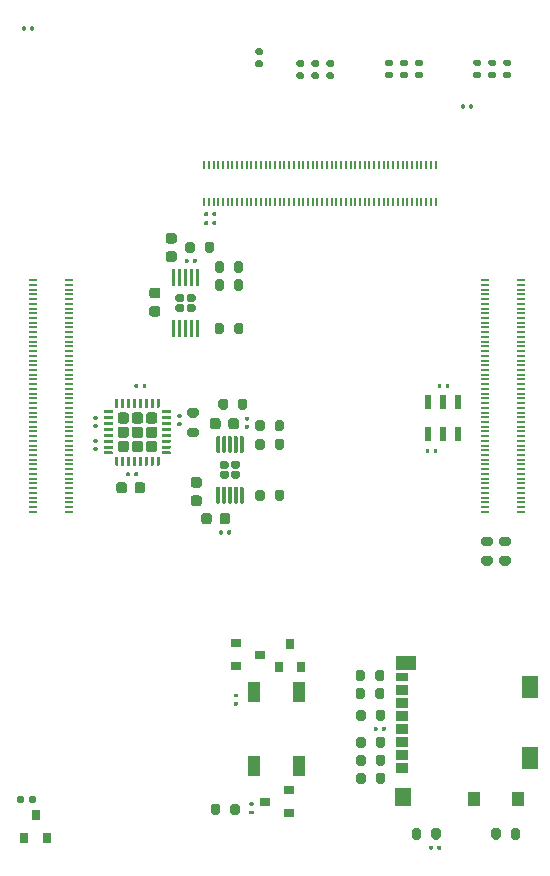
<source format=gtp>
G04 #@! TF.GenerationSoftware,KiCad,Pcbnew,5.1.10*
G04 #@! TF.CreationDate,2021-08-05T15:26:38-04:00*
G04 #@! TF.ProjectId,mist-eeg,6d697374-2d65-4656-972e-6b696361645f,1E*
G04 #@! TF.SameCoordinates,Original*
G04 #@! TF.FileFunction,Paste,Top*
G04 #@! TF.FilePolarity,Positive*
%FSLAX46Y46*%
G04 Gerber Fmt 4.6, Leading zero omitted, Abs format (unit mm)*
G04 Created by KiCad (PCBNEW 5.1.10) date 2021-08-05 15:26:38*
%MOMM*%
%LPD*%
G01*
G04 APERTURE LIST*
%ADD10R,1.350000X1.900000*%
%ADD11R,1.000000X1.200000*%
%ADD12R,1.350000X1.550000*%
%ADD13R,1.800000X1.170000*%
%ADD14R,1.100000X0.850000*%
%ADD15R,1.100000X0.750000*%
%ADD16R,0.900000X0.800000*%
%ADD17R,1.000000X1.700000*%
%ADD18R,0.584200X1.295400*%
%ADD19R,0.711200X0.203200*%
%ADD20R,0.203200X0.711200*%
%ADD21R,0.800000X0.900000*%
G04 APERTURE END LIST*
G36*
G01*
X210647000Y-74451500D02*
X210848000Y-74451500D01*
G75*
G02*
X210927500Y-74531000I0J-79500D01*
G01*
X210927500Y-74690000D01*
G75*
G02*
X210848000Y-74769500I-79500J0D01*
G01*
X210647000Y-74769500D01*
G75*
G02*
X210567500Y-74690000I0J79500D01*
G01*
X210567500Y-74531000D01*
G75*
G02*
X210647000Y-74451500I79500J0D01*
G01*
G37*
G36*
G01*
X210647000Y-73761500D02*
X210848000Y-73761500D01*
G75*
G02*
X210927500Y-73841000I0J-79500D01*
G01*
X210927500Y-74000000D01*
G75*
G02*
X210848000Y-74079500I-79500J0D01*
G01*
X210647000Y-74079500D01*
G75*
G02*
X210567500Y-74000000I0J79500D01*
G01*
X210567500Y-73841000D01*
G75*
G02*
X210647000Y-73761500I79500J0D01*
G01*
G37*
G36*
G01*
X212861000Y-73901000D02*
X213346000Y-73901000D01*
G75*
G02*
X213588500Y-74143500I0J-242500D01*
G01*
X213588500Y-74628500D01*
G75*
G02*
X213346000Y-74871000I-242500J0D01*
G01*
X212861000Y-74871000D01*
G75*
G02*
X212618500Y-74628500I0J242500D01*
G01*
X212618500Y-74143500D01*
G75*
G02*
X212861000Y-73901000I242500J0D01*
G01*
G37*
G36*
G01*
X214061000Y-73901000D02*
X214546000Y-73901000D01*
G75*
G02*
X214788500Y-74143500I0J-242500D01*
G01*
X214788500Y-74628500D01*
G75*
G02*
X214546000Y-74871000I-242500J0D01*
G01*
X214061000Y-74871000D01*
G75*
G02*
X213818500Y-74628500I0J242500D01*
G01*
X213818500Y-74143500D01*
G75*
G02*
X214061000Y-73901000I242500J0D01*
G01*
G37*
G36*
G01*
X215261000Y-73901000D02*
X215746000Y-73901000D01*
G75*
G02*
X215988500Y-74143500I0J-242500D01*
G01*
X215988500Y-74628500D01*
G75*
G02*
X215746000Y-74871000I-242500J0D01*
G01*
X215261000Y-74871000D01*
G75*
G02*
X215018500Y-74628500I0J242500D01*
G01*
X215018500Y-74143500D01*
G75*
G02*
X215261000Y-73901000I242500J0D01*
G01*
G37*
G36*
G01*
X212861000Y-72701000D02*
X213346000Y-72701000D01*
G75*
G02*
X213588500Y-72943500I0J-242500D01*
G01*
X213588500Y-73428500D01*
G75*
G02*
X213346000Y-73671000I-242500J0D01*
G01*
X212861000Y-73671000D01*
G75*
G02*
X212618500Y-73428500I0J242500D01*
G01*
X212618500Y-72943500D01*
G75*
G02*
X212861000Y-72701000I242500J0D01*
G01*
G37*
G36*
G01*
X214061000Y-72701000D02*
X214546000Y-72701000D01*
G75*
G02*
X214788500Y-72943500I0J-242500D01*
G01*
X214788500Y-73428500D01*
G75*
G02*
X214546000Y-73671000I-242500J0D01*
G01*
X214061000Y-73671000D01*
G75*
G02*
X213818500Y-73428500I0J242500D01*
G01*
X213818500Y-72943500D01*
G75*
G02*
X214061000Y-72701000I242500J0D01*
G01*
G37*
G36*
G01*
X215261000Y-72701000D02*
X215746000Y-72701000D01*
G75*
G02*
X215988500Y-72943500I0J-242500D01*
G01*
X215988500Y-73428500D01*
G75*
G02*
X215746000Y-73671000I-242500J0D01*
G01*
X215261000Y-73671000D01*
G75*
G02*
X215018500Y-73428500I0J242500D01*
G01*
X215018500Y-72943500D01*
G75*
G02*
X215261000Y-72701000I242500J0D01*
G01*
G37*
G36*
G01*
X212861000Y-71501000D02*
X213346000Y-71501000D01*
G75*
G02*
X213588500Y-71743500I0J-242500D01*
G01*
X213588500Y-72228500D01*
G75*
G02*
X213346000Y-72471000I-242500J0D01*
G01*
X212861000Y-72471000D01*
G75*
G02*
X212618500Y-72228500I0J242500D01*
G01*
X212618500Y-71743500D01*
G75*
G02*
X212861000Y-71501000I242500J0D01*
G01*
G37*
G36*
G01*
X214061000Y-71501000D02*
X214546000Y-71501000D01*
G75*
G02*
X214788500Y-71743500I0J-242500D01*
G01*
X214788500Y-72228500D01*
G75*
G02*
X214546000Y-72471000I-242500J0D01*
G01*
X214061000Y-72471000D01*
G75*
G02*
X213818500Y-72228500I0J242500D01*
G01*
X213818500Y-71743500D01*
G75*
G02*
X214061000Y-71501000I242500J0D01*
G01*
G37*
G36*
G01*
X215261000Y-71501000D02*
X215746000Y-71501000D01*
G75*
G02*
X215988500Y-71743500I0J-242500D01*
G01*
X215988500Y-72228500D01*
G75*
G02*
X215746000Y-72471000I-242500J0D01*
G01*
X215261000Y-72471000D01*
G75*
G02*
X215018500Y-72228500I0J242500D01*
G01*
X215018500Y-71743500D01*
G75*
G02*
X215261000Y-71501000I242500J0D01*
G01*
G37*
G36*
G01*
X216416000Y-71311000D02*
X217091000Y-71311000D01*
G75*
G02*
X217153500Y-71373500I0J-62500D01*
G01*
X217153500Y-71498500D01*
G75*
G02*
X217091000Y-71561000I-62500J0D01*
G01*
X216416000Y-71561000D01*
G75*
G02*
X216353500Y-71498500I0J62500D01*
G01*
X216353500Y-71373500D01*
G75*
G02*
X216416000Y-71311000I62500J0D01*
G01*
G37*
G36*
G01*
X216416000Y-71811000D02*
X217091000Y-71811000D01*
G75*
G02*
X217153500Y-71873500I0J-62500D01*
G01*
X217153500Y-71998500D01*
G75*
G02*
X217091000Y-72061000I-62500J0D01*
G01*
X216416000Y-72061000D01*
G75*
G02*
X216353500Y-71998500I0J62500D01*
G01*
X216353500Y-71873500D01*
G75*
G02*
X216416000Y-71811000I62500J0D01*
G01*
G37*
G36*
G01*
X216416000Y-72311000D02*
X217091000Y-72311000D01*
G75*
G02*
X217153500Y-72373500I0J-62500D01*
G01*
X217153500Y-72498500D01*
G75*
G02*
X217091000Y-72561000I-62500J0D01*
G01*
X216416000Y-72561000D01*
G75*
G02*
X216353500Y-72498500I0J62500D01*
G01*
X216353500Y-72373500D01*
G75*
G02*
X216416000Y-72311000I62500J0D01*
G01*
G37*
G36*
G01*
X216416000Y-72811000D02*
X217091000Y-72811000D01*
G75*
G02*
X217153500Y-72873500I0J-62500D01*
G01*
X217153500Y-72998500D01*
G75*
G02*
X217091000Y-73061000I-62500J0D01*
G01*
X216416000Y-73061000D01*
G75*
G02*
X216353500Y-72998500I0J62500D01*
G01*
X216353500Y-72873500D01*
G75*
G02*
X216416000Y-72811000I62500J0D01*
G01*
G37*
G36*
G01*
X216416000Y-73311000D02*
X217091000Y-73311000D01*
G75*
G02*
X217153500Y-73373500I0J-62500D01*
G01*
X217153500Y-73498500D01*
G75*
G02*
X217091000Y-73561000I-62500J0D01*
G01*
X216416000Y-73561000D01*
G75*
G02*
X216353500Y-73498500I0J62500D01*
G01*
X216353500Y-73373500D01*
G75*
G02*
X216416000Y-73311000I62500J0D01*
G01*
G37*
G36*
G01*
X216416000Y-73811000D02*
X217091000Y-73811000D01*
G75*
G02*
X217153500Y-73873500I0J-62500D01*
G01*
X217153500Y-73998500D01*
G75*
G02*
X217091000Y-74061000I-62500J0D01*
G01*
X216416000Y-74061000D01*
G75*
G02*
X216353500Y-73998500I0J62500D01*
G01*
X216353500Y-73873500D01*
G75*
G02*
X216416000Y-73811000I62500J0D01*
G01*
G37*
G36*
G01*
X216416000Y-74311000D02*
X217091000Y-74311000D01*
G75*
G02*
X217153500Y-74373500I0J-62500D01*
G01*
X217153500Y-74498500D01*
G75*
G02*
X217091000Y-74561000I-62500J0D01*
G01*
X216416000Y-74561000D01*
G75*
G02*
X216353500Y-74498500I0J62500D01*
G01*
X216353500Y-74373500D01*
G75*
G02*
X216416000Y-74311000I62500J0D01*
G01*
G37*
G36*
G01*
X216416000Y-74811000D02*
X217091000Y-74811000D01*
G75*
G02*
X217153500Y-74873500I0J-62500D01*
G01*
X217153500Y-74998500D01*
G75*
G02*
X217091000Y-75061000I-62500J0D01*
G01*
X216416000Y-75061000D01*
G75*
G02*
X216353500Y-74998500I0J62500D01*
G01*
X216353500Y-74873500D01*
G75*
G02*
X216416000Y-74811000I62500J0D01*
G01*
G37*
G36*
G01*
X215991000Y-75236000D02*
X216116000Y-75236000D01*
G75*
G02*
X216178500Y-75298500I0J-62500D01*
G01*
X216178500Y-75973500D01*
G75*
G02*
X216116000Y-76036000I-62500J0D01*
G01*
X215991000Y-76036000D01*
G75*
G02*
X215928500Y-75973500I0J62500D01*
G01*
X215928500Y-75298500D01*
G75*
G02*
X215991000Y-75236000I62500J0D01*
G01*
G37*
G36*
G01*
X215491000Y-75236000D02*
X215616000Y-75236000D01*
G75*
G02*
X215678500Y-75298500I0J-62500D01*
G01*
X215678500Y-75973500D01*
G75*
G02*
X215616000Y-76036000I-62500J0D01*
G01*
X215491000Y-76036000D01*
G75*
G02*
X215428500Y-75973500I0J62500D01*
G01*
X215428500Y-75298500D01*
G75*
G02*
X215491000Y-75236000I62500J0D01*
G01*
G37*
G36*
G01*
X214991000Y-75236000D02*
X215116000Y-75236000D01*
G75*
G02*
X215178500Y-75298500I0J-62500D01*
G01*
X215178500Y-75973500D01*
G75*
G02*
X215116000Y-76036000I-62500J0D01*
G01*
X214991000Y-76036000D01*
G75*
G02*
X214928500Y-75973500I0J62500D01*
G01*
X214928500Y-75298500D01*
G75*
G02*
X214991000Y-75236000I62500J0D01*
G01*
G37*
G36*
G01*
X214491000Y-75236000D02*
X214616000Y-75236000D01*
G75*
G02*
X214678500Y-75298500I0J-62500D01*
G01*
X214678500Y-75973500D01*
G75*
G02*
X214616000Y-76036000I-62500J0D01*
G01*
X214491000Y-76036000D01*
G75*
G02*
X214428500Y-75973500I0J62500D01*
G01*
X214428500Y-75298500D01*
G75*
G02*
X214491000Y-75236000I62500J0D01*
G01*
G37*
G36*
G01*
X213991000Y-75236000D02*
X214116000Y-75236000D01*
G75*
G02*
X214178500Y-75298500I0J-62500D01*
G01*
X214178500Y-75973500D01*
G75*
G02*
X214116000Y-76036000I-62500J0D01*
G01*
X213991000Y-76036000D01*
G75*
G02*
X213928500Y-75973500I0J62500D01*
G01*
X213928500Y-75298500D01*
G75*
G02*
X213991000Y-75236000I62500J0D01*
G01*
G37*
G36*
G01*
X213491000Y-75236000D02*
X213616000Y-75236000D01*
G75*
G02*
X213678500Y-75298500I0J-62500D01*
G01*
X213678500Y-75973500D01*
G75*
G02*
X213616000Y-76036000I-62500J0D01*
G01*
X213491000Y-76036000D01*
G75*
G02*
X213428500Y-75973500I0J62500D01*
G01*
X213428500Y-75298500D01*
G75*
G02*
X213491000Y-75236000I62500J0D01*
G01*
G37*
G36*
G01*
X212991000Y-75236000D02*
X213116000Y-75236000D01*
G75*
G02*
X213178500Y-75298500I0J-62500D01*
G01*
X213178500Y-75973500D01*
G75*
G02*
X213116000Y-76036000I-62500J0D01*
G01*
X212991000Y-76036000D01*
G75*
G02*
X212928500Y-75973500I0J62500D01*
G01*
X212928500Y-75298500D01*
G75*
G02*
X212991000Y-75236000I62500J0D01*
G01*
G37*
G36*
G01*
X212491000Y-75236000D02*
X212616000Y-75236000D01*
G75*
G02*
X212678500Y-75298500I0J-62500D01*
G01*
X212678500Y-75973500D01*
G75*
G02*
X212616000Y-76036000I-62500J0D01*
G01*
X212491000Y-76036000D01*
G75*
G02*
X212428500Y-75973500I0J62500D01*
G01*
X212428500Y-75298500D01*
G75*
G02*
X212491000Y-75236000I62500J0D01*
G01*
G37*
G36*
G01*
X211516000Y-74811000D02*
X212191000Y-74811000D01*
G75*
G02*
X212253500Y-74873500I0J-62500D01*
G01*
X212253500Y-74998500D01*
G75*
G02*
X212191000Y-75061000I-62500J0D01*
G01*
X211516000Y-75061000D01*
G75*
G02*
X211453500Y-74998500I0J62500D01*
G01*
X211453500Y-74873500D01*
G75*
G02*
X211516000Y-74811000I62500J0D01*
G01*
G37*
G36*
G01*
X211516000Y-74311000D02*
X212191000Y-74311000D01*
G75*
G02*
X212253500Y-74373500I0J-62500D01*
G01*
X212253500Y-74498500D01*
G75*
G02*
X212191000Y-74561000I-62500J0D01*
G01*
X211516000Y-74561000D01*
G75*
G02*
X211453500Y-74498500I0J62500D01*
G01*
X211453500Y-74373500D01*
G75*
G02*
X211516000Y-74311000I62500J0D01*
G01*
G37*
G36*
G01*
X211516000Y-73811000D02*
X212191000Y-73811000D01*
G75*
G02*
X212253500Y-73873500I0J-62500D01*
G01*
X212253500Y-73998500D01*
G75*
G02*
X212191000Y-74061000I-62500J0D01*
G01*
X211516000Y-74061000D01*
G75*
G02*
X211453500Y-73998500I0J62500D01*
G01*
X211453500Y-73873500D01*
G75*
G02*
X211516000Y-73811000I62500J0D01*
G01*
G37*
G36*
G01*
X211516000Y-73311000D02*
X212191000Y-73311000D01*
G75*
G02*
X212253500Y-73373500I0J-62500D01*
G01*
X212253500Y-73498500D01*
G75*
G02*
X212191000Y-73561000I-62500J0D01*
G01*
X211516000Y-73561000D01*
G75*
G02*
X211453500Y-73498500I0J62500D01*
G01*
X211453500Y-73373500D01*
G75*
G02*
X211516000Y-73311000I62500J0D01*
G01*
G37*
G36*
G01*
X211516000Y-72811000D02*
X212191000Y-72811000D01*
G75*
G02*
X212253500Y-72873500I0J-62500D01*
G01*
X212253500Y-72998500D01*
G75*
G02*
X212191000Y-73061000I-62500J0D01*
G01*
X211516000Y-73061000D01*
G75*
G02*
X211453500Y-72998500I0J62500D01*
G01*
X211453500Y-72873500D01*
G75*
G02*
X211516000Y-72811000I62500J0D01*
G01*
G37*
G36*
G01*
X211516000Y-72311000D02*
X212191000Y-72311000D01*
G75*
G02*
X212253500Y-72373500I0J-62500D01*
G01*
X212253500Y-72498500D01*
G75*
G02*
X212191000Y-72561000I-62500J0D01*
G01*
X211516000Y-72561000D01*
G75*
G02*
X211453500Y-72498500I0J62500D01*
G01*
X211453500Y-72373500D01*
G75*
G02*
X211516000Y-72311000I62500J0D01*
G01*
G37*
G36*
G01*
X211516000Y-71811000D02*
X212191000Y-71811000D01*
G75*
G02*
X212253500Y-71873500I0J-62500D01*
G01*
X212253500Y-71998500D01*
G75*
G02*
X212191000Y-72061000I-62500J0D01*
G01*
X211516000Y-72061000D01*
G75*
G02*
X211453500Y-71998500I0J62500D01*
G01*
X211453500Y-71873500D01*
G75*
G02*
X211516000Y-71811000I62500J0D01*
G01*
G37*
G36*
G01*
X211516000Y-71311000D02*
X212191000Y-71311000D01*
G75*
G02*
X212253500Y-71373500I0J-62500D01*
G01*
X212253500Y-71498500D01*
G75*
G02*
X212191000Y-71561000I-62500J0D01*
G01*
X211516000Y-71561000D01*
G75*
G02*
X211453500Y-71498500I0J62500D01*
G01*
X211453500Y-71373500D01*
G75*
G02*
X211516000Y-71311000I62500J0D01*
G01*
G37*
G36*
G01*
X212491000Y-70336000D02*
X212616000Y-70336000D01*
G75*
G02*
X212678500Y-70398500I0J-62500D01*
G01*
X212678500Y-71073500D01*
G75*
G02*
X212616000Y-71136000I-62500J0D01*
G01*
X212491000Y-71136000D01*
G75*
G02*
X212428500Y-71073500I0J62500D01*
G01*
X212428500Y-70398500D01*
G75*
G02*
X212491000Y-70336000I62500J0D01*
G01*
G37*
G36*
G01*
X212991000Y-70336000D02*
X213116000Y-70336000D01*
G75*
G02*
X213178500Y-70398500I0J-62500D01*
G01*
X213178500Y-71073500D01*
G75*
G02*
X213116000Y-71136000I-62500J0D01*
G01*
X212991000Y-71136000D01*
G75*
G02*
X212928500Y-71073500I0J62500D01*
G01*
X212928500Y-70398500D01*
G75*
G02*
X212991000Y-70336000I62500J0D01*
G01*
G37*
G36*
G01*
X213491000Y-70336000D02*
X213616000Y-70336000D01*
G75*
G02*
X213678500Y-70398500I0J-62500D01*
G01*
X213678500Y-71073500D01*
G75*
G02*
X213616000Y-71136000I-62500J0D01*
G01*
X213491000Y-71136000D01*
G75*
G02*
X213428500Y-71073500I0J62500D01*
G01*
X213428500Y-70398500D01*
G75*
G02*
X213491000Y-70336000I62500J0D01*
G01*
G37*
G36*
G01*
X213991000Y-70336000D02*
X214116000Y-70336000D01*
G75*
G02*
X214178500Y-70398500I0J-62500D01*
G01*
X214178500Y-71073500D01*
G75*
G02*
X214116000Y-71136000I-62500J0D01*
G01*
X213991000Y-71136000D01*
G75*
G02*
X213928500Y-71073500I0J62500D01*
G01*
X213928500Y-70398500D01*
G75*
G02*
X213991000Y-70336000I62500J0D01*
G01*
G37*
G36*
G01*
X214491000Y-70336000D02*
X214616000Y-70336000D01*
G75*
G02*
X214678500Y-70398500I0J-62500D01*
G01*
X214678500Y-71073500D01*
G75*
G02*
X214616000Y-71136000I-62500J0D01*
G01*
X214491000Y-71136000D01*
G75*
G02*
X214428500Y-71073500I0J62500D01*
G01*
X214428500Y-70398500D01*
G75*
G02*
X214491000Y-70336000I62500J0D01*
G01*
G37*
G36*
G01*
X214991000Y-70336000D02*
X215116000Y-70336000D01*
G75*
G02*
X215178500Y-70398500I0J-62500D01*
G01*
X215178500Y-71073500D01*
G75*
G02*
X215116000Y-71136000I-62500J0D01*
G01*
X214991000Y-71136000D01*
G75*
G02*
X214928500Y-71073500I0J62500D01*
G01*
X214928500Y-70398500D01*
G75*
G02*
X214991000Y-70336000I62500J0D01*
G01*
G37*
G36*
G01*
X215491000Y-70336000D02*
X215616000Y-70336000D01*
G75*
G02*
X215678500Y-70398500I0J-62500D01*
G01*
X215678500Y-71073500D01*
G75*
G02*
X215616000Y-71136000I-62500J0D01*
G01*
X215491000Y-71136000D01*
G75*
G02*
X215428500Y-71073500I0J62500D01*
G01*
X215428500Y-70398500D01*
G75*
G02*
X215491000Y-70336000I62500J0D01*
G01*
G37*
G36*
G01*
X215991000Y-70336000D02*
X216116000Y-70336000D01*
G75*
G02*
X216178500Y-70398500I0J-62500D01*
G01*
X216178500Y-71073500D01*
G75*
G02*
X216116000Y-71136000I-62500J0D01*
G01*
X215991000Y-71136000D01*
G75*
G02*
X215928500Y-71073500I0J62500D01*
G01*
X215928500Y-70398500D01*
G75*
G02*
X215991000Y-70336000I62500J0D01*
G01*
G37*
G36*
G01*
X219277500Y-71935500D02*
X218727500Y-71935500D01*
G75*
G02*
X218527500Y-71735500I0J200000D01*
G01*
X218527500Y-71335500D01*
G75*
G02*
X218727500Y-71135500I200000J0D01*
G01*
X219277500Y-71135500D01*
G75*
G02*
X219477500Y-71335500I0J-200000D01*
G01*
X219477500Y-71735500D01*
G75*
G02*
X219277500Y-71935500I-200000J0D01*
G01*
G37*
G36*
G01*
X219277500Y-73585500D02*
X218727500Y-73585500D01*
G75*
G02*
X218527500Y-73385500I0J200000D01*
G01*
X218527500Y-72985500D01*
G75*
G02*
X218727500Y-72785500I200000J0D01*
G01*
X219277500Y-72785500D01*
G75*
G02*
X219477500Y-72985500I0J-200000D01*
G01*
X219477500Y-73385500D01*
G75*
G02*
X219277500Y-73585500I-200000J0D01*
G01*
G37*
D10*
X247500500Y-94758500D03*
X247500500Y-100728500D03*
D11*
X242825500Y-104228500D03*
X246525500Y-104228500D03*
D12*
X236800500Y-104053500D03*
D13*
X237025500Y-92733500D03*
D14*
X236675500Y-94993500D03*
X236675500Y-96093500D03*
X236675500Y-97193500D03*
X236675500Y-98293500D03*
X236675500Y-99393500D03*
X236675500Y-100493500D03*
D15*
X236675500Y-93943500D03*
D14*
X236675500Y-101593500D03*
G36*
G01*
X222731500Y-95635500D02*
X222530500Y-95635500D01*
G75*
G02*
X222451000Y-95556000I0J79500D01*
G01*
X222451000Y-95397000D01*
G75*
G02*
X222530500Y-95317500I79500J0D01*
G01*
X222731500Y-95317500D01*
G75*
G02*
X222811000Y-95397000I0J-79500D01*
G01*
X222811000Y-95556000D01*
G75*
G02*
X222731500Y-95635500I-79500J0D01*
G01*
G37*
G36*
G01*
X222731500Y-96325500D02*
X222530500Y-96325500D01*
G75*
G02*
X222451000Y-96246000I0J79500D01*
G01*
X222451000Y-96087000D01*
G75*
G02*
X222530500Y-96007500I79500J0D01*
G01*
X222731500Y-96007500D01*
G75*
G02*
X222811000Y-96087000I0J-79500D01*
G01*
X222811000Y-96246000D01*
G75*
G02*
X222731500Y-96325500I-79500J0D01*
G01*
G37*
D16*
X224647000Y-92011500D03*
X222647000Y-92961500D03*
X222647000Y-91061500D03*
G36*
G01*
X221994500Y-72703500D02*
X221994500Y-72203500D01*
G75*
G02*
X222219500Y-71978500I225000J0D01*
G01*
X222669500Y-71978500D01*
G75*
G02*
X222894500Y-72203500I0J-225000D01*
G01*
X222894500Y-72703500D01*
G75*
G02*
X222669500Y-72928500I-225000J0D01*
G01*
X222219500Y-72928500D01*
G75*
G02*
X221994500Y-72703500I0J225000D01*
G01*
G37*
G36*
G01*
X220444500Y-72703500D02*
X220444500Y-72203500D01*
G75*
G02*
X220669500Y-71978500I225000J0D01*
G01*
X221119500Y-71978500D01*
G75*
G02*
X221344500Y-72203500I0J-225000D01*
G01*
X221344500Y-72703500D01*
G75*
G02*
X221119500Y-72928500I-225000J0D01*
G01*
X220669500Y-72928500D01*
G75*
G02*
X220444500Y-72703500I0J225000D01*
G01*
G37*
G36*
G01*
X217411000Y-57206000D02*
X216911000Y-57206000D01*
G75*
G02*
X216686000Y-56981000I0J225000D01*
G01*
X216686000Y-56531000D01*
G75*
G02*
X216911000Y-56306000I225000J0D01*
G01*
X217411000Y-56306000D01*
G75*
G02*
X217636000Y-56531000I0J-225000D01*
G01*
X217636000Y-56981000D01*
G75*
G02*
X217411000Y-57206000I-225000J0D01*
G01*
G37*
G36*
G01*
X217411000Y-58756000D02*
X216911000Y-58756000D01*
G75*
G02*
X216686000Y-58531000I0J225000D01*
G01*
X216686000Y-58081000D01*
G75*
G02*
X216911000Y-57856000I225000J0D01*
G01*
X217411000Y-57856000D01*
G75*
G02*
X217636000Y-58081000I0J-225000D01*
G01*
X217636000Y-58531000D01*
G75*
G02*
X217411000Y-58756000I-225000J0D01*
G01*
G37*
G36*
G01*
X220604200Y-80242600D02*
X220604200Y-80742600D01*
G75*
G02*
X220379200Y-80967600I-225000J0D01*
G01*
X219929200Y-80967600D01*
G75*
G02*
X219704200Y-80742600I0J225000D01*
G01*
X219704200Y-80242600D01*
G75*
G02*
X219929200Y-80017600I225000J0D01*
G01*
X220379200Y-80017600D01*
G75*
G02*
X220604200Y-80242600I0J-225000D01*
G01*
G37*
G36*
G01*
X222154200Y-80242600D02*
X222154200Y-80742600D01*
G75*
G02*
X221929200Y-80967600I-225000J0D01*
G01*
X221479200Y-80967600D01*
G75*
G02*
X221254200Y-80742600I0J225000D01*
G01*
X221254200Y-80242600D01*
G75*
G02*
X221479200Y-80017600I225000J0D01*
G01*
X221929200Y-80017600D01*
G75*
G02*
X222154200Y-80242600I0J-225000D01*
G01*
G37*
G36*
G01*
X216023000Y-61841500D02*
X215523000Y-61841500D01*
G75*
G02*
X215298000Y-61616500I0J225000D01*
G01*
X215298000Y-61166500D01*
G75*
G02*
X215523000Y-60941500I225000J0D01*
G01*
X216023000Y-60941500D01*
G75*
G02*
X216248000Y-61166500I0J-225000D01*
G01*
X216248000Y-61616500D01*
G75*
G02*
X216023000Y-61841500I-225000J0D01*
G01*
G37*
G36*
G01*
X216023000Y-63391500D02*
X215523000Y-63391500D01*
G75*
G02*
X215298000Y-63166500I0J225000D01*
G01*
X215298000Y-62716500D01*
G75*
G02*
X215523000Y-62491500I225000J0D01*
G01*
X216023000Y-62491500D01*
G75*
G02*
X216248000Y-62716500I0J-225000D01*
G01*
X216248000Y-63166500D01*
G75*
G02*
X216023000Y-63391500I-225000J0D01*
G01*
G37*
D17*
X224160000Y-101448000D03*
X224160000Y-95148000D03*
X227960000Y-101448000D03*
X227960000Y-95148000D03*
D18*
X238887000Y-70650100D03*
X240157000Y-70650100D03*
X241427000Y-70650100D03*
X241427000Y-73367900D03*
X240157000Y-73367900D03*
X238887000Y-73367900D03*
D19*
X243740001Y-79909998D03*
X246819999Y-79909998D03*
X243740001Y-79509999D03*
X246819999Y-79509999D03*
X243740001Y-79110000D03*
X246819999Y-79110000D03*
X243740001Y-78709998D03*
X246819999Y-78709998D03*
X243740001Y-78309999D03*
X246819999Y-78309999D03*
X243740001Y-77910000D03*
X246819999Y-77910000D03*
X243740001Y-77510000D03*
X246819999Y-77510000D03*
X243740001Y-77109999D03*
X246819999Y-77109999D03*
X243740001Y-76709999D03*
X246819999Y-76709999D03*
X243740001Y-76310000D03*
X246819999Y-76310000D03*
X243740001Y-75909999D03*
X246819999Y-75909999D03*
X243740001Y-75509999D03*
X246819999Y-75509999D03*
X243740001Y-75110000D03*
X246819999Y-75110000D03*
X243740001Y-74709998D03*
X246819999Y-74709998D03*
X243740001Y-74309999D03*
X246819999Y-74309999D03*
X243740001Y-73910000D03*
X246819999Y-73910000D03*
X243740001Y-73510001D03*
X246819999Y-73510001D03*
X243740001Y-73109999D03*
X246819999Y-73109999D03*
X243740001Y-72710000D03*
X246819999Y-72710000D03*
X243740001Y-72310001D03*
X246819999Y-72310001D03*
X243740001Y-71909999D03*
X246819999Y-71909999D03*
X243740001Y-71510000D03*
X246819999Y-71510000D03*
X243740001Y-71110001D03*
X246819999Y-71110001D03*
X243740001Y-70710001D03*
X246819999Y-70710001D03*
X243740001Y-70310000D03*
X246819999Y-70310000D03*
X243740001Y-69910000D03*
X246819999Y-69910000D03*
X243740001Y-69510001D03*
X246819999Y-69510001D03*
X243740001Y-69109999D03*
X246819999Y-69109999D03*
X243740001Y-68710000D03*
X246819999Y-68710000D03*
X243740001Y-68310001D03*
X246819999Y-68310001D03*
X243740001Y-67909999D03*
X246819999Y-67909999D03*
X243740001Y-67510000D03*
X246819999Y-67510000D03*
X243740001Y-67110001D03*
X246819999Y-67110001D03*
X243740001Y-66710002D03*
X246819999Y-66710002D03*
X243740001Y-66310000D03*
X246819999Y-66310000D03*
X243740001Y-65910001D03*
X246819999Y-65910001D03*
X243740001Y-65510002D03*
X246819999Y-65510002D03*
X243740001Y-65110000D03*
X246819999Y-65110000D03*
X243740001Y-64710001D03*
X246819999Y-64710001D03*
X243740001Y-64310001D03*
X246819999Y-64310001D03*
X243740001Y-63910000D03*
X246819999Y-63910000D03*
X243740001Y-63510001D03*
X246819999Y-63510001D03*
X243740001Y-63110001D03*
X246819999Y-63110001D03*
X243740001Y-62710002D03*
X246819999Y-62710002D03*
X243740001Y-62310000D03*
X246819999Y-62310000D03*
X243740001Y-61910001D03*
X246819999Y-61910001D03*
X243740001Y-61510002D03*
X246819999Y-61510002D03*
X243740001Y-61110000D03*
X246819999Y-61110000D03*
X243740001Y-60710001D03*
X246819999Y-60710001D03*
X243740001Y-60310002D03*
X246819999Y-60310002D03*
D20*
X219950002Y-50590001D03*
X219950002Y-53669999D03*
X220350001Y-50590001D03*
X220350001Y-53669999D03*
X220750000Y-50590001D03*
X220750000Y-53669999D03*
X221150002Y-50590001D03*
X221150002Y-53669999D03*
X221550001Y-50590001D03*
X221550001Y-53669999D03*
X221950000Y-50590001D03*
X221950000Y-53669999D03*
X222350000Y-50590001D03*
X222350000Y-53669999D03*
X222750001Y-50590001D03*
X222750001Y-53669999D03*
X223150001Y-50590001D03*
X223150001Y-53669999D03*
X223550000Y-50590001D03*
X223550000Y-53669999D03*
X223950001Y-50590001D03*
X223950001Y-53669999D03*
X224350001Y-50590001D03*
X224350001Y-53669999D03*
X224750000Y-50590001D03*
X224750000Y-53669999D03*
X225150002Y-50590001D03*
X225150002Y-53669999D03*
X225550001Y-50590001D03*
X225550001Y-53669999D03*
X225950000Y-50590001D03*
X225950000Y-53669999D03*
X226349999Y-50590001D03*
X226349999Y-53669999D03*
X226750001Y-50590001D03*
X226750001Y-53669999D03*
X227150000Y-50590001D03*
X227150000Y-53669999D03*
X227549999Y-50590001D03*
X227549999Y-53669999D03*
X227950001Y-50590001D03*
X227950001Y-53669999D03*
X228350000Y-50590001D03*
X228350000Y-53669999D03*
X228749999Y-50590001D03*
X228749999Y-53669999D03*
X229149999Y-50590001D03*
X229149999Y-53669999D03*
X229550000Y-50590001D03*
X229550000Y-53669999D03*
X229950000Y-50590001D03*
X229950000Y-53669999D03*
X230349999Y-50590001D03*
X230349999Y-53669999D03*
X230750001Y-50590001D03*
X230750001Y-53669999D03*
X231150000Y-50590001D03*
X231150000Y-53669999D03*
X231549999Y-50590001D03*
X231549999Y-53669999D03*
X231950001Y-50590001D03*
X231950001Y-53669999D03*
X232350000Y-50590001D03*
X232350000Y-53669999D03*
X232749999Y-50590001D03*
X232749999Y-53669999D03*
X233149998Y-50590001D03*
X233149998Y-53669999D03*
X233550000Y-50590001D03*
X233550000Y-53669999D03*
X233949999Y-50590001D03*
X233949999Y-53669999D03*
X234349998Y-50590001D03*
X234349998Y-53669999D03*
X234750000Y-50590001D03*
X234750000Y-53669999D03*
X235149999Y-50590001D03*
X235149999Y-53669999D03*
X235549999Y-50590001D03*
X235549999Y-53669999D03*
X235950000Y-50590001D03*
X235950000Y-53669999D03*
X236349999Y-50590001D03*
X236349999Y-53669999D03*
X236749999Y-50590001D03*
X236749999Y-53669999D03*
X237149998Y-50590001D03*
X237149998Y-53669999D03*
X237550000Y-50590001D03*
X237550000Y-53669999D03*
X237949999Y-50590001D03*
X237949999Y-53669999D03*
X238349998Y-50590001D03*
X238349998Y-53669999D03*
X238750000Y-50590001D03*
X238750000Y-53669999D03*
X239149999Y-50590001D03*
X239149999Y-53669999D03*
X239549998Y-50590001D03*
X239549998Y-53669999D03*
D19*
X205440001Y-79909998D03*
X208519999Y-79909998D03*
X205440001Y-79509999D03*
X208519999Y-79509999D03*
X205440001Y-79110000D03*
X208519999Y-79110000D03*
X205440001Y-78709998D03*
X208519999Y-78709998D03*
X205440001Y-78309999D03*
X208519999Y-78309999D03*
X205440001Y-77910000D03*
X208519999Y-77910000D03*
X205440001Y-77510000D03*
X208519999Y-77510000D03*
X205440001Y-77109999D03*
X208519999Y-77109999D03*
X205440001Y-76709999D03*
X208519999Y-76709999D03*
X205440001Y-76310000D03*
X208519999Y-76310000D03*
X205440001Y-75909999D03*
X208519999Y-75909999D03*
X205440001Y-75509999D03*
X208519999Y-75509999D03*
X205440001Y-75110000D03*
X208519999Y-75110000D03*
X205440001Y-74709998D03*
X208519999Y-74709998D03*
X205440001Y-74309999D03*
X208519999Y-74309999D03*
X205440001Y-73910000D03*
X208519999Y-73910000D03*
X205440001Y-73510001D03*
X208519999Y-73510001D03*
X205440001Y-73109999D03*
X208519999Y-73109999D03*
X205440001Y-72710000D03*
X208519999Y-72710000D03*
X205440001Y-72310001D03*
X208519999Y-72310001D03*
X205440001Y-71909999D03*
X208519999Y-71909999D03*
X205440001Y-71510000D03*
X208519999Y-71510000D03*
X205440001Y-71110001D03*
X208519999Y-71110001D03*
X205440001Y-70710001D03*
X208519999Y-70710001D03*
X205440001Y-70310000D03*
X208519999Y-70310000D03*
X205440001Y-69910000D03*
X208519999Y-69910000D03*
X205440001Y-69510001D03*
X208519999Y-69510001D03*
X205440001Y-69109999D03*
X208519999Y-69109999D03*
X205440001Y-68710000D03*
X208519999Y-68710000D03*
X205440001Y-68310001D03*
X208519999Y-68310001D03*
X205440001Y-67909999D03*
X208519999Y-67909999D03*
X205440001Y-67510000D03*
X208519999Y-67510000D03*
X205440001Y-67110001D03*
X208519999Y-67110001D03*
X205440001Y-66710002D03*
X208519999Y-66710002D03*
X205440001Y-66310000D03*
X208519999Y-66310000D03*
X205440001Y-65910001D03*
X208519999Y-65910001D03*
X205440001Y-65510002D03*
X208519999Y-65510002D03*
X205440001Y-65110000D03*
X208519999Y-65110000D03*
X205440001Y-64710001D03*
X208519999Y-64710001D03*
X205440001Y-64310001D03*
X208519999Y-64310001D03*
X205440001Y-63910000D03*
X208519999Y-63910000D03*
X205440001Y-63510001D03*
X208519999Y-63510001D03*
X205440001Y-63110001D03*
X208519999Y-63110001D03*
X205440001Y-62710002D03*
X208519999Y-62710002D03*
X205440001Y-62310000D03*
X208519999Y-62310000D03*
X205440001Y-61910001D03*
X208519999Y-61910001D03*
X205440001Y-61510002D03*
X208519999Y-61510002D03*
X205440001Y-61110000D03*
X208519999Y-61110000D03*
X205440001Y-60710001D03*
X208519999Y-60710001D03*
X205440001Y-60310002D03*
X208519999Y-60310002D03*
G36*
G01*
X245916000Y-107463000D02*
X245916000Y-106913000D01*
G75*
G02*
X246116000Y-106713000I200000J0D01*
G01*
X246516000Y-106713000D01*
G75*
G02*
X246716000Y-106913000I0J-200000D01*
G01*
X246716000Y-107463000D01*
G75*
G02*
X246516000Y-107663000I-200000J0D01*
G01*
X246116000Y-107663000D01*
G75*
G02*
X245916000Y-107463000I0J200000D01*
G01*
G37*
G36*
G01*
X244266000Y-107463000D02*
X244266000Y-106913000D01*
G75*
G02*
X244466000Y-106713000I200000J0D01*
G01*
X244866000Y-106713000D01*
G75*
G02*
X245066000Y-106913000I0J-200000D01*
G01*
X245066000Y-107463000D01*
G75*
G02*
X244866000Y-107663000I-200000J0D01*
G01*
X244466000Y-107663000D01*
G75*
G02*
X244266000Y-107463000I0J200000D01*
G01*
G37*
G36*
G01*
X204674500Y-104082000D02*
X204674500Y-104452000D01*
G75*
G02*
X204539500Y-104587000I-135000J0D01*
G01*
X204269500Y-104587000D01*
G75*
G02*
X204134500Y-104452000I0J135000D01*
G01*
X204134500Y-104082000D01*
G75*
G02*
X204269500Y-103947000I135000J0D01*
G01*
X204539500Y-103947000D01*
G75*
G02*
X204674500Y-104082000I0J-135000D01*
G01*
G37*
G36*
G01*
X205694500Y-104082000D02*
X205694500Y-104452000D01*
G75*
G02*
X205559500Y-104587000I-135000J0D01*
G01*
X205289500Y-104587000D01*
G75*
G02*
X205154500Y-104452000I0J135000D01*
G01*
X205154500Y-104082000D01*
G75*
G02*
X205289500Y-103947000I135000J0D01*
G01*
X205559500Y-103947000D01*
G75*
G02*
X205694500Y-104082000I0J-135000D01*
G01*
G37*
D21*
X205676500Y-105553000D03*
X206626500Y-107553000D03*
X204726500Y-107553000D03*
G36*
G01*
X239390500Y-74840000D02*
X239390500Y-74639000D01*
G75*
G02*
X239470000Y-74559500I79500J0D01*
G01*
X239629000Y-74559500D01*
G75*
G02*
X239708500Y-74639000I0J-79500D01*
G01*
X239708500Y-74840000D01*
G75*
G02*
X239629000Y-74919500I-79500J0D01*
G01*
X239470000Y-74919500D01*
G75*
G02*
X239390500Y-74840000I0J79500D01*
G01*
G37*
G36*
G01*
X238700500Y-74840000D02*
X238700500Y-74639000D01*
G75*
G02*
X238780000Y-74559500I79500J0D01*
G01*
X238939000Y-74559500D01*
G75*
G02*
X239018500Y-74639000I0J-79500D01*
G01*
X239018500Y-74840000D01*
G75*
G02*
X238939000Y-74919500I-79500J0D01*
G01*
X238780000Y-74919500D01*
G75*
G02*
X238700500Y-74840000I0J79500D01*
G01*
G37*
G36*
G01*
X222167000Y-105367500D02*
X222167000Y-104817500D01*
G75*
G02*
X222367000Y-104617500I200000J0D01*
G01*
X222767000Y-104617500D01*
G75*
G02*
X222967000Y-104817500I0J-200000D01*
G01*
X222967000Y-105367500D01*
G75*
G02*
X222767000Y-105567500I-200000J0D01*
G01*
X222367000Y-105567500D01*
G75*
G02*
X222167000Y-105367500I0J200000D01*
G01*
G37*
G36*
G01*
X220517000Y-105367500D02*
X220517000Y-104817500D01*
G75*
G02*
X220717000Y-104617500I200000J0D01*
G01*
X221117000Y-104617500D01*
G75*
G02*
X221317000Y-104817500I0J-200000D01*
G01*
X221317000Y-105367500D01*
G75*
G02*
X221117000Y-105567500I-200000J0D01*
G01*
X220717000Y-105567500D01*
G75*
G02*
X220517000Y-105367500I0J200000D01*
G01*
G37*
G36*
G01*
X245152500Y-83673500D02*
X245702500Y-83673500D01*
G75*
G02*
X245902500Y-83873500I0J-200000D01*
G01*
X245902500Y-84273500D01*
G75*
G02*
X245702500Y-84473500I-200000J0D01*
G01*
X245152500Y-84473500D01*
G75*
G02*
X244952500Y-84273500I0J200000D01*
G01*
X244952500Y-83873500D01*
G75*
G02*
X245152500Y-83673500I200000J0D01*
G01*
G37*
G36*
G01*
X245152500Y-82023500D02*
X245702500Y-82023500D01*
G75*
G02*
X245902500Y-82223500I0J-200000D01*
G01*
X245902500Y-82623500D01*
G75*
G02*
X245702500Y-82823500I-200000J0D01*
G01*
X245152500Y-82823500D01*
G75*
G02*
X244952500Y-82623500I0J200000D01*
G01*
X244952500Y-82223500D01*
G75*
G02*
X245152500Y-82023500I200000J0D01*
G01*
G37*
G36*
G01*
X243628500Y-83673500D02*
X244178500Y-83673500D01*
G75*
G02*
X244378500Y-83873500I0J-200000D01*
G01*
X244378500Y-84273500D01*
G75*
G02*
X244178500Y-84473500I-200000J0D01*
G01*
X243628500Y-84473500D01*
G75*
G02*
X243428500Y-84273500I0J200000D01*
G01*
X243428500Y-83873500D01*
G75*
G02*
X243628500Y-83673500I200000J0D01*
G01*
G37*
G36*
G01*
X243628500Y-82023500D02*
X244178500Y-82023500D01*
G75*
G02*
X244378500Y-82223500I0J-200000D01*
G01*
X244378500Y-82623500D01*
G75*
G02*
X244178500Y-82823500I-200000J0D01*
G01*
X243628500Y-82823500D01*
G75*
G02*
X243428500Y-82623500I0J200000D01*
G01*
X243428500Y-82223500D01*
G75*
G02*
X243628500Y-82023500I200000J0D01*
G01*
G37*
G36*
G01*
X223864000Y-105215000D02*
X224065000Y-105215000D01*
G75*
G02*
X224144500Y-105294500I0J-79500D01*
G01*
X224144500Y-105453500D01*
G75*
G02*
X224065000Y-105533000I-79500J0D01*
G01*
X223864000Y-105533000D01*
G75*
G02*
X223784500Y-105453500I0J79500D01*
G01*
X223784500Y-105294500D01*
G75*
G02*
X223864000Y-105215000I79500J0D01*
G01*
G37*
G36*
G01*
X223864000Y-104525000D02*
X224065000Y-104525000D01*
G75*
G02*
X224144500Y-104604500I0J-79500D01*
G01*
X224144500Y-104763500D01*
G75*
G02*
X224065000Y-104843000I-79500J0D01*
G01*
X223864000Y-104843000D01*
G75*
G02*
X223784500Y-104763500I0J79500D01*
G01*
X223784500Y-104604500D01*
G75*
G02*
X223864000Y-104525000I79500J0D01*
G01*
G37*
G36*
G01*
X221556000Y-81560500D02*
X221556000Y-81761500D01*
G75*
G02*
X221476500Y-81841000I-79500J0D01*
G01*
X221317500Y-81841000D01*
G75*
G02*
X221238000Y-81761500I0J79500D01*
G01*
X221238000Y-81560500D01*
G75*
G02*
X221317500Y-81481000I79500J0D01*
G01*
X221476500Y-81481000D01*
G75*
G02*
X221556000Y-81560500I0J-79500D01*
G01*
G37*
G36*
G01*
X222246000Y-81560500D02*
X222246000Y-81761500D01*
G75*
G02*
X222166500Y-81841000I-79500J0D01*
G01*
X222007500Y-81841000D01*
G75*
G02*
X221928000Y-81761500I0J79500D01*
G01*
X221928000Y-81560500D01*
G75*
G02*
X222007500Y-81481000I79500J0D01*
G01*
X222166500Y-81481000D01*
G75*
G02*
X222246000Y-81560500I0J-79500D01*
G01*
G37*
D16*
X225123500Y-104457500D03*
X227123500Y-103507500D03*
X227123500Y-105407500D03*
D21*
X227203000Y-91075000D03*
X228153000Y-93075000D03*
X226253000Y-93075000D03*
G36*
G01*
X240034500Y-69178000D02*
X240034500Y-69379000D01*
G75*
G02*
X239955000Y-69458500I-79500J0D01*
G01*
X239796000Y-69458500D01*
G75*
G02*
X239716500Y-69379000I0J79500D01*
G01*
X239716500Y-69178000D01*
G75*
G02*
X239796000Y-69098500I79500J0D01*
G01*
X239955000Y-69098500D01*
G75*
G02*
X240034500Y-69178000I0J-79500D01*
G01*
G37*
G36*
G01*
X240724500Y-69178000D02*
X240724500Y-69379000D01*
G75*
G02*
X240645000Y-69458500I-79500J0D01*
G01*
X240486000Y-69458500D01*
G75*
G02*
X240406500Y-69379000I0J79500D01*
G01*
X240406500Y-69178000D01*
G75*
G02*
X240486000Y-69098500I79500J0D01*
G01*
X240645000Y-69098500D01*
G75*
G02*
X240724500Y-69178000I0J-79500D01*
G01*
G37*
G36*
G01*
X204855500Y-38888500D02*
X204855500Y-39089500D01*
G75*
G02*
X204776000Y-39169000I-79500J0D01*
G01*
X204617000Y-39169000D01*
G75*
G02*
X204537500Y-39089500I0J79500D01*
G01*
X204537500Y-38888500D01*
G75*
G02*
X204617000Y-38809000I79500J0D01*
G01*
X204776000Y-38809000D01*
G75*
G02*
X204855500Y-38888500I0J-79500D01*
G01*
G37*
G36*
G01*
X205545500Y-38888500D02*
X205545500Y-39089500D01*
G75*
G02*
X205466000Y-39169000I-79500J0D01*
G01*
X205307000Y-39169000D01*
G75*
G02*
X205227500Y-39089500I0J79500D01*
G01*
X205227500Y-38888500D01*
G75*
G02*
X205307000Y-38809000I79500J0D01*
G01*
X205466000Y-38809000D01*
G75*
G02*
X205545500Y-38888500I0J-79500D01*
G01*
G37*
G36*
G01*
X222815700Y-76285100D02*
X222395700Y-76285100D01*
G75*
G02*
X222225700Y-76115100I0J170000D01*
G01*
X222225700Y-75775100D01*
G75*
G02*
X222395700Y-75605100I170000J0D01*
G01*
X222815700Y-75605100D01*
G75*
G02*
X222985700Y-75775100I0J-170000D01*
G01*
X222985700Y-76115100D01*
G75*
G02*
X222815700Y-76285100I-170000J0D01*
G01*
G37*
G36*
G01*
X221875700Y-76285100D02*
X221455700Y-76285100D01*
G75*
G02*
X221285700Y-76115100I0J170000D01*
G01*
X221285700Y-75775100D01*
G75*
G02*
X221455700Y-75605100I170000J0D01*
G01*
X221875700Y-75605100D01*
G75*
G02*
X222045700Y-75775100I0J-170000D01*
G01*
X222045700Y-76115100D01*
G75*
G02*
X221875700Y-76285100I-170000J0D01*
G01*
G37*
G36*
G01*
X222815700Y-77125100D02*
X222395700Y-77125100D01*
G75*
G02*
X222225700Y-76955100I0J170000D01*
G01*
X222225700Y-76615100D01*
G75*
G02*
X222395700Y-76445100I170000J0D01*
G01*
X222815700Y-76445100D01*
G75*
G02*
X222985700Y-76615100I0J-170000D01*
G01*
X222985700Y-76955100D01*
G75*
G02*
X222815700Y-77125100I-170000J0D01*
G01*
G37*
G36*
G01*
X221875700Y-77125100D02*
X221455700Y-77125100D01*
G75*
G02*
X221285700Y-76955100I0J170000D01*
G01*
X221285700Y-76615100D01*
G75*
G02*
X221455700Y-76445100I170000J0D01*
G01*
X221875700Y-76445100D01*
G75*
G02*
X222045700Y-76615100I0J-170000D01*
G01*
X222045700Y-76955100D01*
G75*
G02*
X221875700Y-77125100I-170000J0D01*
G01*
G37*
G36*
G01*
X221210700Y-74940100D02*
X221060700Y-74940100D01*
G75*
G02*
X220985700Y-74865100I0J75000D01*
G01*
X220985700Y-73565100D01*
G75*
G02*
X221060700Y-73490100I75000J0D01*
G01*
X221210700Y-73490100D01*
G75*
G02*
X221285700Y-73565100I0J-75000D01*
G01*
X221285700Y-74865100D01*
G75*
G02*
X221210700Y-74940100I-75000J0D01*
G01*
G37*
G36*
G01*
X221710700Y-74940100D02*
X221560700Y-74940100D01*
G75*
G02*
X221485700Y-74865100I0J75000D01*
G01*
X221485700Y-73565100D01*
G75*
G02*
X221560700Y-73490100I75000J0D01*
G01*
X221710700Y-73490100D01*
G75*
G02*
X221785700Y-73565100I0J-75000D01*
G01*
X221785700Y-74865100D01*
G75*
G02*
X221710700Y-74940100I-75000J0D01*
G01*
G37*
G36*
G01*
X222210700Y-74940100D02*
X222060700Y-74940100D01*
G75*
G02*
X221985700Y-74865100I0J75000D01*
G01*
X221985700Y-73565100D01*
G75*
G02*
X222060700Y-73490100I75000J0D01*
G01*
X222210700Y-73490100D01*
G75*
G02*
X222285700Y-73565100I0J-75000D01*
G01*
X222285700Y-74865100D01*
G75*
G02*
X222210700Y-74940100I-75000J0D01*
G01*
G37*
G36*
G01*
X222710700Y-74940100D02*
X222560700Y-74940100D01*
G75*
G02*
X222485700Y-74865100I0J75000D01*
G01*
X222485700Y-73565100D01*
G75*
G02*
X222560700Y-73490100I75000J0D01*
G01*
X222710700Y-73490100D01*
G75*
G02*
X222785700Y-73565100I0J-75000D01*
G01*
X222785700Y-74865100D01*
G75*
G02*
X222710700Y-74940100I-75000J0D01*
G01*
G37*
G36*
G01*
X223210700Y-74940100D02*
X223060700Y-74940100D01*
G75*
G02*
X222985700Y-74865100I0J75000D01*
G01*
X222985700Y-73565100D01*
G75*
G02*
X223060700Y-73490100I75000J0D01*
G01*
X223210700Y-73490100D01*
G75*
G02*
X223285700Y-73565100I0J-75000D01*
G01*
X223285700Y-74865100D01*
G75*
G02*
X223210700Y-74940100I-75000J0D01*
G01*
G37*
G36*
G01*
X223210700Y-79240100D02*
X223060700Y-79240100D01*
G75*
G02*
X222985700Y-79165100I0J75000D01*
G01*
X222985700Y-77865100D01*
G75*
G02*
X223060700Y-77790100I75000J0D01*
G01*
X223210700Y-77790100D01*
G75*
G02*
X223285700Y-77865100I0J-75000D01*
G01*
X223285700Y-79165100D01*
G75*
G02*
X223210700Y-79240100I-75000J0D01*
G01*
G37*
G36*
G01*
X222710700Y-79240100D02*
X222560700Y-79240100D01*
G75*
G02*
X222485700Y-79165100I0J75000D01*
G01*
X222485700Y-77865100D01*
G75*
G02*
X222560700Y-77790100I75000J0D01*
G01*
X222710700Y-77790100D01*
G75*
G02*
X222785700Y-77865100I0J-75000D01*
G01*
X222785700Y-79165100D01*
G75*
G02*
X222710700Y-79240100I-75000J0D01*
G01*
G37*
G36*
G01*
X222210700Y-79240100D02*
X222060700Y-79240100D01*
G75*
G02*
X221985700Y-79165100I0J75000D01*
G01*
X221985700Y-77865100D01*
G75*
G02*
X222060700Y-77790100I75000J0D01*
G01*
X222210700Y-77790100D01*
G75*
G02*
X222285700Y-77865100I0J-75000D01*
G01*
X222285700Y-79165100D01*
G75*
G02*
X222210700Y-79240100I-75000J0D01*
G01*
G37*
G36*
G01*
X221710700Y-79240100D02*
X221560700Y-79240100D01*
G75*
G02*
X221485700Y-79165100I0J75000D01*
G01*
X221485700Y-77865100D01*
G75*
G02*
X221560700Y-77790100I75000J0D01*
G01*
X221710700Y-77790100D01*
G75*
G02*
X221785700Y-77865100I0J-75000D01*
G01*
X221785700Y-79165100D01*
G75*
G02*
X221710700Y-79240100I-75000J0D01*
G01*
G37*
G36*
G01*
X221210700Y-79240100D02*
X221060700Y-79240100D01*
G75*
G02*
X220985700Y-79165100I0J75000D01*
G01*
X220985700Y-77865100D01*
G75*
G02*
X221060700Y-77790100I75000J0D01*
G01*
X221210700Y-77790100D01*
G75*
G02*
X221285700Y-77865100I0J-75000D01*
G01*
X221285700Y-79165100D01*
G75*
G02*
X221210700Y-79240100I-75000J0D01*
G01*
G37*
G36*
G01*
X213673000Y-76641500D02*
X213673000Y-76842500D01*
G75*
G02*
X213593500Y-76922000I-79500J0D01*
G01*
X213434500Y-76922000D01*
G75*
G02*
X213355000Y-76842500I0J79500D01*
G01*
X213355000Y-76641500D01*
G75*
G02*
X213434500Y-76562000I79500J0D01*
G01*
X213593500Y-76562000D01*
G75*
G02*
X213673000Y-76641500I0J-79500D01*
G01*
G37*
G36*
G01*
X214363000Y-76641500D02*
X214363000Y-76842500D01*
G75*
G02*
X214283500Y-76922000I-79500J0D01*
G01*
X214124500Y-76922000D01*
G75*
G02*
X214045000Y-76842500I0J79500D01*
G01*
X214045000Y-76641500D01*
G75*
G02*
X214124500Y-76562000I79500J0D01*
G01*
X214283500Y-76562000D01*
G75*
G02*
X214363000Y-76641500I0J-79500D01*
G01*
G37*
G36*
G01*
X238335000Y-106913000D02*
X238335000Y-107463000D01*
G75*
G02*
X238135000Y-107663000I-200000J0D01*
G01*
X237735000Y-107663000D01*
G75*
G02*
X237535000Y-107463000I0J200000D01*
G01*
X237535000Y-106913000D01*
G75*
G02*
X237735000Y-106713000I200000J0D01*
G01*
X238135000Y-106713000D01*
G75*
G02*
X238335000Y-106913000I0J-200000D01*
G01*
G37*
G36*
G01*
X239985000Y-106913000D02*
X239985000Y-107463000D01*
G75*
G02*
X239785000Y-107663000I-200000J0D01*
G01*
X239385000Y-107663000D01*
G75*
G02*
X239185000Y-107463000I0J200000D01*
G01*
X239185000Y-106913000D01*
G75*
G02*
X239385000Y-106713000I200000J0D01*
G01*
X239785000Y-106713000D01*
G75*
G02*
X239985000Y-106913000I0J-200000D01*
G01*
G37*
G36*
G01*
X233572500Y-93514500D02*
X233572500Y-94064500D01*
G75*
G02*
X233372500Y-94264500I-200000J0D01*
G01*
X232972500Y-94264500D01*
G75*
G02*
X232772500Y-94064500I0J200000D01*
G01*
X232772500Y-93514500D01*
G75*
G02*
X232972500Y-93314500I200000J0D01*
G01*
X233372500Y-93314500D01*
G75*
G02*
X233572500Y-93514500I0J-200000D01*
G01*
G37*
G36*
G01*
X235222500Y-93514500D02*
X235222500Y-94064500D01*
G75*
G02*
X235022500Y-94264500I-200000J0D01*
G01*
X234622500Y-94264500D01*
G75*
G02*
X234422500Y-94064500I0J200000D01*
G01*
X234422500Y-93514500D01*
G75*
G02*
X234622500Y-93314500I200000J0D01*
G01*
X235022500Y-93314500D01*
G75*
G02*
X235222500Y-93514500I0J-200000D01*
G01*
G37*
G36*
G01*
X233572500Y-95038500D02*
X233572500Y-95588500D01*
G75*
G02*
X233372500Y-95788500I-200000J0D01*
G01*
X232972500Y-95788500D01*
G75*
G02*
X232772500Y-95588500I0J200000D01*
G01*
X232772500Y-95038500D01*
G75*
G02*
X232972500Y-94838500I200000J0D01*
G01*
X233372500Y-94838500D01*
G75*
G02*
X233572500Y-95038500I0J-200000D01*
G01*
G37*
G36*
G01*
X235222500Y-95038500D02*
X235222500Y-95588500D01*
G75*
G02*
X235022500Y-95788500I-200000J0D01*
G01*
X234622500Y-95788500D01*
G75*
G02*
X234422500Y-95588500I0J200000D01*
G01*
X234422500Y-95038500D01*
G75*
G02*
X234622500Y-94838500I200000J0D01*
G01*
X235022500Y-94838500D01*
G75*
G02*
X235222500Y-95038500I0J-200000D01*
G01*
G37*
G36*
G01*
X233636000Y-96880000D02*
X233636000Y-97430000D01*
G75*
G02*
X233436000Y-97630000I-200000J0D01*
G01*
X233036000Y-97630000D01*
G75*
G02*
X232836000Y-97430000I0J200000D01*
G01*
X232836000Y-96880000D01*
G75*
G02*
X233036000Y-96680000I200000J0D01*
G01*
X233436000Y-96680000D01*
G75*
G02*
X233636000Y-96880000I0J-200000D01*
G01*
G37*
G36*
G01*
X235286000Y-96880000D02*
X235286000Y-97430000D01*
G75*
G02*
X235086000Y-97630000I-200000J0D01*
G01*
X234686000Y-97630000D01*
G75*
G02*
X234486000Y-97430000I0J200000D01*
G01*
X234486000Y-96880000D01*
G75*
G02*
X234686000Y-96680000I200000J0D01*
G01*
X235086000Y-96680000D01*
G75*
G02*
X235286000Y-96880000I0J-200000D01*
G01*
G37*
G36*
G01*
X233636000Y-99166000D02*
X233636000Y-99716000D01*
G75*
G02*
X233436000Y-99916000I-200000J0D01*
G01*
X233036000Y-99916000D01*
G75*
G02*
X232836000Y-99716000I0J200000D01*
G01*
X232836000Y-99166000D01*
G75*
G02*
X233036000Y-98966000I200000J0D01*
G01*
X233436000Y-98966000D01*
G75*
G02*
X233636000Y-99166000I0J-200000D01*
G01*
G37*
G36*
G01*
X235286000Y-99166000D02*
X235286000Y-99716000D01*
G75*
G02*
X235086000Y-99916000I-200000J0D01*
G01*
X234686000Y-99916000D01*
G75*
G02*
X234486000Y-99716000I0J200000D01*
G01*
X234486000Y-99166000D01*
G75*
G02*
X234686000Y-98966000I200000J0D01*
G01*
X235086000Y-98966000D01*
G75*
G02*
X235286000Y-99166000I0J-200000D01*
G01*
G37*
G36*
G01*
X233636000Y-100690000D02*
X233636000Y-101240000D01*
G75*
G02*
X233436000Y-101440000I-200000J0D01*
G01*
X233036000Y-101440000D01*
G75*
G02*
X232836000Y-101240000I0J200000D01*
G01*
X232836000Y-100690000D01*
G75*
G02*
X233036000Y-100490000I200000J0D01*
G01*
X233436000Y-100490000D01*
G75*
G02*
X233636000Y-100690000I0J-200000D01*
G01*
G37*
G36*
G01*
X235286000Y-100690000D02*
X235286000Y-101240000D01*
G75*
G02*
X235086000Y-101440000I-200000J0D01*
G01*
X234686000Y-101440000D01*
G75*
G02*
X234486000Y-101240000I0J200000D01*
G01*
X234486000Y-100690000D01*
G75*
G02*
X234686000Y-100490000I200000J0D01*
G01*
X235086000Y-100490000D01*
G75*
G02*
X235286000Y-100690000I0J-200000D01*
G01*
G37*
G36*
G01*
X233636000Y-102214000D02*
X233636000Y-102764000D01*
G75*
G02*
X233436000Y-102964000I-200000J0D01*
G01*
X233036000Y-102964000D01*
G75*
G02*
X232836000Y-102764000I0J200000D01*
G01*
X232836000Y-102214000D01*
G75*
G02*
X233036000Y-102014000I200000J0D01*
G01*
X233436000Y-102014000D01*
G75*
G02*
X233636000Y-102214000I0J-200000D01*
G01*
G37*
G36*
G01*
X235286000Y-102214000D02*
X235286000Y-102764000D01*
G75*
G02*
X235086000Y-102964000I-200000J0D01*
G01*
X234686000Y-102964000D01*
G75*
G02*
X234486000Y-102764000I0J200000D01*
G01*
X234486000Y-102214000D01*
G75*
G02*
X234686000Y-102014000I200000J0D01*
G01*
X235086000Y-102014000D01*
G75*
G02*
X235286000Y-102214000I0J-200000D01*
G01*
G37*
G36*
G01*
X222484500Y-60981000D02*
X222484500Y-60431000D01*
G75*
G02*
X222684500Y-60231000I200000J0D01*
G01*
X223084500Y-60231000D01*
G75*
G02*
X223284500Y-60431000I0J-200000D01*
G01*
X223284500Y-60981000D01*
G75*
G02*
X223084500Y-61181000I-200000J0D01*
G01*
X222684500Y-61181000D01*
G75*
G02*
X222484500Y-60981000I0J200000D01*
G01*
G37*
G36*
G01*
X220834500Y-60981000D02*
X220834500Y-60431000D01*
G75*
G02*
X221034500Y-60231000I200000J0D01*
G01*
X221434500Y-60231000D01*
G75*
G02*
X221634500Y-60431000I0J-200000D01*
G01*
X221634500Y-60981000D01*
G75*
G02*
X221434500Y-61181000I-200000J0D01*
G01*
X221034500Y-61181000D01*
G75*
G02*
X220834500Y-60981000I0J200000D01*
G01*
G37*
G36*
G01*
X221634500Y-58907000D02*
X221634500Y-59457000D01*
G75*
G02*
X221434500Y-59657000I-200000J0D01*
G01*
X221034500Y-59657000D01*
G75*
G02*
X220834500Y-59457000I0J200000D01*
G01*
X220834500Y-58907000D01*
G75*
G02*
X221034500Y-58707000I200000J0D01*
G01*
X221434500Y-58707000D01*
G75*
G02*
X221634500Y-58907000I0J-200000D01*
G01*
G37*
G36*
G01*
X223284500Y-58907000D02*
X223284500Y-59457000D01*
G75*
G02*
X223084500Y-59657000I-200000J0D01*
G01*
X222684500Y-59657000D01*
G75*
G02*
X222484500Y-59457000I0J200000D01*
G01*
X222484500Y-58907000D01*
G75*
G02*
X222684500Y-58707000I200000J0D01*
G01*
X223084500Y-58707000D01*
G75*
G02*
X223284500Y-58907000I0J-200000D01*
G01*
G37*
G36*
G01*
X225926200Y-74481100D02*
X225926200Y-73931100D01*
G75*
G02*
X226126200Y-73731100I200000J0D01*
G01*
X226526200Y-73731100D01*
G75*
G02*
X226726200Y-73931100I0J-200000D01*
G01*
X226726200Y-74481100D01*
G75*
G02*
X226526200Y-74681100I-200000J0D01*
G01*
X226126200Y-74681100D01*
G75*
G02*
X225926200Y-74481100I0J200000D01*
G01*
G37*
G36*
G01*
X224276200Y-74481100D02*
X224276200Y-73931100D01*
G75*
G02*
X224476200Y-73731100I200000J0D01*
G01*
X224876200Y-73731100D01*
G75*
G02*
X225076200Y-73931100I0J-200000D01*
G01*
X225076200Y-74481100D01*
G75*
G02*
X224876200Y-74681100I-200000J0D01*
G01*
X224476200Y-74681100D01*
G75*
G02*
X224276200Y-74481100I0J200000D01*
G01*
G37*
G36*
G01*
X225076200Y-72343600D02*
X225076200Y-72893600D01*
G75*
G02*
X224876200Y-73093600I-200000J0D01*
G01*
X224476200Y-73093600D01*
G75*
G02*
X224276200Y-72893600I0J200000D01*
G01*
X224276200Y-72343600D01*
G75*
G02*
X224476200Y-72143600I200000J0D01*
G01*
X224876200Y-72143600D01*
G75*
G02*
X225076200Y-72343600I0J-200000D01*
G01*
G37*
G36*
G01*
X226726200Y-72343600D02*
X226726200Y-72893600D01*
G75*
G02*
X226526200Y-73093600I-200000J0D01*
G01*
X226126200Y-73093600D01*
G75*
G02*
X225926200Y-72893600I0J200000D01*
G01*
X225926200Y-72343600D01*
G75*
G02*
X226126200Y-72143600I200000J0D01*
G01*
X226526200Y-72143600D01*
G75*
G02*
X226726200Y-72343600I0J-200000D01*
G01*
G37*
G36*
G01*
X222484500Y-64664000D02*
X222484500Y-64114000D01*
G75*
G02*
X222684500Y-63914000I200000J0D01*
G01*
X223084500Y-63914000D01*
G75*
G02*
X223284500Y-64114000I0J-200000D01*
G01*
X223284500Y-64664000D01*
G75*
G02*
X223084500Y-64864000I-200000J0D01*
G01*
X222684500Y-64864000D01*
G75*
G02*
X222484500Y-64664000I0J200000D01*
G01*
G37*
G36*
G01*
X220834500Y-64664000D02*
X220834500Y-64114000D01*
G75*
G02*
X221034500Y-63914000I200000J0D01*
G01*
X221434500Y-63914000D01*
G75*
G02*
X221634500Y-64114000I0J-200000D01*
G01*
X221634500Y-64664000D01*
G75*
G02*
X221434500Y-64864000I-200000J0D01*
G01*
X221034500Y-64864000D01*
G75*
G02*
X220834500Y-64664000I0J200000D01*
G01*
G37*
G36*
G01*
X225926200Y-78799100D02*
X225926200Y-78249100D01*
G75*
G02*
X226126200Y-78049100I200000J0D01*
G01*
X226526200Y-78049100D01*
G75*
G02*
X226726200Y-78249100I0J-200000D01*
G01*
X226726200Y-78799100D01*
G75*
G02*
X226526200Y-78999100I-200000J0D01*
G01*
X226126200Y-78999100D01*
G75*
G02*
X225926200Y-78799100I0J200000D01*
G01*
G37*
G36*
G01*
X224276200Y-78799100D02*
X224276200Y-78249100D01*
G75*
G02*
X224476200Y-78049100I200000J0D01*
G01*
X224876200Y-78049100D01*
G75*
G02*
X225076200Y-78249100I0J-200000D01*
G01*
X225076200Y-78799100D01*
G75*
G02*
X224876200Y-78999100I-200000J0D01*
G01*
X224476200Y-78999100D01*
G75*
G02*
X224276200Y-78799100I0J200000D01*
G01*
G37*
G36*
G01*
X219158000Y-57256000D02*
X219158000Y-57806000D01*
G75*
G02*
X218958000Y-58006000I-200000J0D01*
G01*
X218558000Y-58006000D01*
G75*
G02*
X218358000Y-57806000I0J200000D01*
G01*
X218358000Y-57256000D01*
G75*
G02*
X218558000Y-57056000I200000J0D01*
G01*
X218958000Y-57056000D01*
G75*
G02*
X219158000Y-57256000I0J-200000D01*
G01*
G37*
G36*
G01*
X220808000Y-57256000D02*
X220808000Y-57806000D01*
G75*
G02*
X220608000Y-58006000I-200000J0D01*
G01*
X220208000Y-58006000D01*
G75*
G02*
X220008000Y-57806000I0J200000D01*
G01*
X220008000Y-57256000D01*
G75*
G02*
X220208000Y-57056000I200000J0D01*
G01*
X220608000Y-57056000D01*
G75*
G02*
X220808000Y-57256000I0J-200000D01*
G01*
G37*
G36*
G01*
X221964700Y-70527500D02*
X221964700Y-71077500D01*
G75*
G02*
X221764700Y-71277500I-200000J0D01*
G01*
X221364700Y-71277500D01*
G75*
G02*
X221164700Y-71077500I0J200000D01*
G01*
X221164700Y-70527500D01*
G75*
G02*
X221364700Y-70327500I200000J0D01*
G01*
X221764700Y-70327500D01*
G75*
G02*
X221964700Y-70527500I0J-200000D01*
G01*
G37*
G36*
G01*
X223614700Y-70527500D02*
X223614700Y-71077500D01*
G75*
G02*
X223414700Y-71277500I-200000J0D01*
G01*
X223014700Y-71277500D01*
G75*
G02*
X222814700Y-71077500I0J200000D01*
G01*
X222814700Y-70527500D01*
G75*
G02*
X223014700Y-70327500I200000J0D01*
G01*
X223414700Y-70327500D01*
G75*
G02*
X223614700Y-70527500I0J-200000D01*
G01*
G37*
G36*
G01*
X242003000Y-45492500D02*
X242003000Y-45693500D01*
G75*
G02*
X241923500Y-45773000I-79500J0D01*
G01*
X241764500Y-45773000D01*
G75*
G02*
X241685000Y-45693500I0J79500D01*
G01*
X241685000Y-45492500D01*
G75*
G02*
X241764500Y-45413000I79500J0D01*
G01*
X241923500Y-45413000D01*
G75*
G02*
X242003000Y-45492500I0J-79500D01*
G01*
G37*
G36*
G01*
X242693000Y-45492500D02*
X242693000Y-45693500D01*
G75*
G02*
X242613500Y-45773000I-79500J0D01*
G01*
X242454500Y-45773000D01*
G75*
G02*
X242375000Y-45693500I0J79500D01*
G01*
X242375000Y-45492500D01*
G75*
G02*
X242454500Y-45413000I79500J0D01*
G01*
X242613500Y-45413000D01*
G75*
G02*
X242693000Y-45492500I0J-79500D01*
G01*
G37*
G36*
G01*
X237940000Y-42658000D02*
X238310000Y-42658000D01*
G75*
G02*
X238445000Y-42793000I0J-135000D01*
G01*
X238445000Y-43063000D01*
G75*
G02*
X238310000Y-43198000I-135000J0D01*
G01*
X237940000Y-43198000D01*
G75*
G02*
X237805000Y-43063000I0J135000D01*
G01*
X237805000Y-42793000D01*
G75*
G02*
X237940000Y-42658000I135000J0D01*
G01*
G37*
G36*
G01*
X237940000Y-41638000D02*
X238310000Y-41638000D01*
G75*
G02*
X238445000Y-41773000I0J-135000D01*
G01*
X238445000Y-42043000D01*
G75*
G02*
X238310000Y-42178000I-135000J0D01*
G01*
X237940000Y-42178000D01*
G75*
G02*
X237805000Y-42043000I0J135000D01*
G01*
X237805000Y-41773000D01*
G75*
G02*
X237940000Y-41638000I135000J0D01*
G01*
G37*
G36*
G01*
X236670000Y-42658000D02*
X237040000Y-42658000D01*
G75*
G02*
X237175000Y-42793000I0J-135000D01*
G01*
X237175000Y-43063000D01*
G75*
G02*
X237040000Y-43198000I-135000J0D01*
G01*
X236670000Y-43198000D01*
G75*
G02*
X236535000Y-43063000I0J135000D01*
G01*
X236535000Y-42793000D01*
G75*
G02*
X236670000Y-42658000I135000J0D01*
G01*
G37*
G36*
G01*
X236670000Y-41638000D02*
X237040000Y-41638000D01*
G75*
G02*
X237175000Y-41773000I0J-135000D01*
G01*
X237175000Y-42043000D01*
G75*
G02*
X237040000Y-42178000I-135000J0D01*
G01*
X236670000Y-42178000D01*
G75*
G02*
X236535000Y-42043000I0J135000D01*
G01*
X236535000Y-41773000D01*
G75*
G02*
X236670000Y-41638000I135000J0D01*
G01*
G37*
G36*
G01*
X235400000Y-42658000D02*
X235770000Y-42658000D01*
G75*
G02*
X235905000Y-42793000I0J-135000D01*
G01*
X235905000Y-43063000D01*
G75*
G02*
X235770000Y-43198000I-135000J0D01*
G01*
X235400000Y-43198000D01*
G75*
G02*
X235265000Y-43063000I0J135000D01*
G01*
X235265000Y-42793000D01*
G75*
G02*
X235400000Y-42658000I135000J0D01*
G01*
G37*
G36*
G01*
X235400000Y-41638000D02*
X235770000Y-41638000D01*
G75*
G02*
X235905000Y-41773000I0J-135000D01*
G01*
X235905000Y-42043000D01*
G75*
G02*
X235770000Y-42178000I-135000J0D01*
G01*
X235400000Y-42178000D01*
G75*
G02*
X235265000Y-42043000I0J135000D01*
G01*
X235265000Y-41773000D01*
G75*
G02*
X235400000Y-41638000I135000J0D01*
G01*
G37*
G36*
G01*
X245433000Y-42658000D02*
X245803000Y-42658000D01*
G75*
G02*
X245938000Y-42793000I0J-135000D01*
G01*
X245938000Y-43063000D01*
G75*
G02*
X245803000Y-43198000I-135000J0D01*
G01*
X245433000Y-43198000D01*
G75*
G02*
X245298000Y-43063000I0J135000D01*
G01*
X245298000Y-42793000D01*
G75*
G02*
X245433000Y-42658000I135000J0D01*
G01*
G37*
G36*
G01*
X245433000Y-41638000D02*
X245803000Y-41638000D01*
G75*
G02*
X245938000Y-41773000I0J-135000D01*
G01*
X245938000Y-42043000D01*
G75*
G02*
X245803000Y-42178000I-135000J0D01*
G01*
X245433000Y-42178000D01*
G75*
G02*
X245298000Y-42043000I0J135000D01*
G01*
X245298000Y-41773000D01*
G75*
G02*
X245433000Y-41638000I135000J0D01*
G01*
G37*
G36*
G01*
X244163000Y-42658000D02*
X244533000Y-42658000D01*
G75*
G02*
X244668000Y-42793000I0J-135000D01*
G01*
X244668000Y-43063000D01*
G75*
G02*
X244533000Y-43198000I-135000J0D01*
G01*
X244163000Y-43198000D01*
G75*
G02*
X244028000Y-43063000I0J135000D01*
G01*
X244028000Y-42793000D01*
G75*
G02*
X244163000Y-42658000I135000J0D01*
G01*
G37*
G36*
G01*
X244163000Y-41638000D02*
X244533000Y-41638000D01*
G75*
G02*
X244668000Y-41773000I0J-135000D01*
G01*
X244668000Y-42043000D01*
G75*
G02*
X244533000Y-42178000I-135000J0D01*
G01*
X244163000Y-42178000D01*
G75*
G02*
X244028000Y-42043000I0J135000D01*
G01*
X244028000Y-41773000D01*
G75*
G02*
X244163000Y-41638000I135000J0D01*
G01*
G37*
G36*
G01*
X242893000Y-42658000D02*
X243263000Y-42658000D01*
G75*
G02*
X243398000Y-42793000I0J-135000D01*
G01*
X243398000Y-43063000D01*
G75*
G02*
X243263000Y-43198000I-135000J0D01*
G01*
X242893000Y-43198000D01*
G75*
G02*
X242758000Y-43063000I0J135000D01*
G01*
X242758000Y-42793000D01*
G75*
G02*
X242893000Y-42658000I135000J0D01*
G01*
G37*
G36*
G01*
X242893000Y-41638000D02*
X243263000Y-41638000D01*
G75*
G02*
X243398000Y-41773000I0J-135000D01*
G01*
X243398000Y-42043000D01*
G75*
G02*
X243263000Y-42178000I-135000J0D01*
G01*
X242893000Y-42178000D01*
G75*
G02*
X242758000Y-42043000I0J135000D01*
G01*
X242758000Y-41773000D01*
G75*
G02*
X242893000Y-41638000I135000J0D01*
G01*
G37*
G36*
G01*
X230447000Y-42721500D02*
X230817000Y-42721500D01*
G75*
G02*
X230952000Y-42856500I0J-135000D01*
G01*
X230952000Y-43126500D01*
G75*
G02*
X230817000Y-43261500I-135000J0D01*
G01*
X230447000Y-43261500D01*
G75*
G02*
X230312000Y-43126500I0J135000D01*
G01*
X230312000Y-42856500D01*
G75*
G02*
X230447000Y-42721500I135000J0D01*
G01*
G37*
G36*
G01*
X230447000Y-41701500D02*
X230817000Y-41701500D01*
G75*
G02*
X230952000Y-41836500I0J-135000D01*
G01*
X230952000Y-42106500D01*
G75*
G02*
X230817000Y-42241500I-135000J0D01*
G01*
X230447000Y-42241500D01*
G75*
G02*
X230312000Y-42106500I0J135000D01*
G01*
X230312000Y-41836500D01*
G75*
G02*
X230447000Y-41701500I135000J0D01*
G01*
G37*
G36*
G01*
X229177000Y-42721500D02*
X229547000Y-42721500D01*
G75*
G02*
X229682000Y-42856500I0J-135000D01*
G01*
X229682000Y-43126500D01*
G75*
G02*
X229547000Y-43261500I-135000J0D01*
G01*
X229177000Y-43261500D01*
G75*
G02*
X229042000Y-43126500I0J135000D01*
G01*
X229042000Y-42856500D01*
G75*
G02*
X229177000Y-42721500I135000J0D01*
G01*
G37*
G36*
G01*
X229177000Y-41701500D02*
X229547000Y-41701500D01*
G75*
G02*
X229682000Y-41836500I0J-135000D01*
G01*
X229682000Y-42106500D01*
G75*
G02*
X229547000Y-42241500I-135000J0D01*
G01*
X229177000Y-42241500D01*
G75*
G02*
X229042000Y-42106500I0J135000D01*
G01*
X229042000Y-41836500D01*
G75*
G02*
X229177000Y-41701500I135000J0D01*
G01*
G37*
G36*
G01*
X227907000Y-42721500D02*
X228277000Y-42721500D01*
G75*
G02*
X228412000Y-42856500I0J-135000D01*
G01*
X228412000Y-43126500D01*
G75*
G02*
X228277000Y-43261500I-135000J0D01*
G01*
X227907000Y-43261500D01*
G75*
G02*
X227772000Y-43126500I0J135000D01*
G01*
X227772000Y-42856500D01*
G75*
G02*
X227907000Y-42721500I135000J0D01*
G01*
G37*
G36*
G01*
X227907000Y-41701500D02*
X228277000Y-41701500D01*
G75*
G02*
X228412000Y-41836500I0J-135000D01*
G01*
X228412000Y-42106500D01*
G75*
G02*
X228277000Y-42241500I-135000J0D01*
G01*
X227907000Y-42241500D01*
G75*
G02*
X227772000Y-42106500I0J135000D01*
G01*
X227772000Y-41836500D01*
G75*
G02*
X227907000Y-41701500I135000J0D01*
G01*
G37*
G36*
G01*
X224414500Y-41705500D02*
X224784500Y-41705500D01*
G75*
G02*
X224919500Y-41840500I0J-135000D01*
G01*
X224919500Y-42110500D01*
G75*
G02*
X224784500Y-42245500I-135000J0D01*
G01*
X224414500Y-42245500D01*
G75*
G02*
X224279500Y-42110500I0J135000D01*
G01*
X224279500Y-41840500D01*
G75*
G02*
X224414500Y-41705500I135000J0D01*
G01*
G37*
G36*
G01*
X224414500Y-40685500D02*
X224784500Y-40685500D01*
G75*
G02*
X224919500Y-40820500I0J-135000D01*
G01*
X224919500Y-41090500D01*
G75*
G02*
X224784500Y-41225500I-135000J0D01*
G01*
X224414500Y-41225500D01*
G75*
G02*
X224279500Y-41090500I0J135000D01*
G01*
X224279500Y-40820500D01*
G75*
G02*
X224414500Y-40685500I135000J0D01*
G01*
G37*
G36*
G01*
X220649000Y-55570000D02*
X220649000Y-55369000D01*
G75*
G02*
X220728500Y-55289500I79500J0D01*
G01*
X220887500Y-55289500D01*
G75*
G02*
X220967000Y-55369000I0J-79500D01*
G01*
X220967000Y-55570000D01*
G75*
G02*
X220887500Y-55649500I-79500J0D01*
G01*
X220728500Y-55649500D01*
G75*
G02*
X220649000Y-55570000I0J79500D01*
G01*
G37*
G36*
G01*
X219959000Y-55570000D02*
X219959000Y-55369000D01*
G75*
G02*
X220038500Y-55289500I79500J0D01*
G01*
X220197500Y-55289500D01*
G75*
G02*
X220277000Y-55369000I0J-79500D01*
G01*
X220277000Y-55570000D01*
G75*
G02*
X220197500Y-55649500I-79500J0D01*
G01*
X220038500Y-55649500D01*
G75*
G02*
X219959000Y-55570000I0J79500D01*
G01*
G37*
G36*
G01*
X220649000Y-54808000D02*
X220649000Y-54607000D01*
G75*
G02*
X220728500Y-54527500I79500J0D01*
G01*
X220887500Y-54527500D01*
G75*
G02*
X220967000Y-54607000I0J-79500D01*
G01*
X220967000Y-54808000D01*
G75*
G02*
X220887500Y-54887500I-79500J0D01*
G01*
X220728500Y-54887500D01*
G75*
G02*
X220649000Y-54808000I0J79500D01*
G01*
G37*
G36*
G01*
X219959000Y-54808000D02*
X219959000Y-54607000D01*
G75*
G02*
X220038500Y-54527500I79500J0D01*
G01*
X220197500Y-54527500D01*
G75*
G02*
X220277000Y-54607000I0J-79500D01*
G01*
X220277000Y-54808000D01*
G75*
G02*
X220197500Y-54887500I-79500J0D01*
G01*
X220038500Y-54887500D01*
G75*
G02*
X219959000Y-54808000I0J79500D01*
G01*
G37*
G36*
G01*
X239336000Y-108255900D02*
X239336000Y-108456900D01*
G75*
G02*
X239256500Y-108536400I-79500J0D01*
G01*
X239097500Y-108536400D01*
G75*
G02*
X239018000Y-108456900I0J79500D01*
G01*
X239018000Y-108255900D01*
G75*
G02*
X239097500Y-108176400I79500J0D01*
G01*
X239256500Y-108176400D01*
G75*
G02*
X239336000Y-108255900I0J-79500D01*
G01*
G37*
G36*
G01*
X240026000Y-108255900D02*
X240026000Y-108456900D01*
G75*
G02*
X239946500Y-108536400I-79500J0D01*
G01*
X239787500Y-108536400D01*
G75*
G02*
X239708000Y-108456900I0J79500D01*
G01*
X239708000Y-108255900D01*
G75*
G02*
X239787500Y-108176400I79500J0D01*
G01*
X239946500Y-108176400D01*
G75*
G02*
X240026000Y-108255900I0J-79500D01*
G01*
G37*
G36*
G01*
X210647000Y-72483000D02*
X210848000Y-72483000D01*
G75*
G02*
X210927500Y-72562500I0J-79500D01*
G01*
X210927500Y-72721500D01*
G75*
G02*
X210848000Y-72801000I-79500J0D01*
G01*
X210647000Y-72801000D01*
G75*
G02*
X210567500Y-72721500I0J79500D01*
G01*
X210567500Y-72562500D01*
G75*
G02*
X210647000Y-72483000I79500J0D01*
G01*
G37*
G36*
G01*
X210647000Y-71793000D02*
X210848000Y-71793000D01*
G75*
G02*
X210927500Y-71872500I0J-79500D01*
G01*
X210927500Y-72031500D01*
G75*
G02*
X210848000Y-72111000I-79500J0D01*
G01*
X210647000Y-72111000D01*
G75*
G02*
X210567500Y-72031500I0J79500D01*
G01*
X210567500Y-71872500D01*
G75*
G02*
X210647000Y-71793000I79500J0D01*
G01*
G37*
G36*
G01*
X217960000Y-71984000D02*
X217759000Y-71984000D01*
G75*
G02*
X217679500Y-71904500I0J79500D01*
G01*
X217679500Y-71745500D01*
G75*
G02*
X217759000Y-71666000I79500J0D01*
G01*
X217960000Y-71666000D01*
G75*
G02*
X218039500Y-71745500I0J-79500D01*
G01*
X218039500Y-71904500D01*
G75*
G02*
X217960000Y-71984000I-79500J0D01*
G01*
G37*
G36*
G01*
X217960000Y-72674000D02*
X217759000Y-72674000D01*
G75*
G02*
X217679500Y-72594500I0J79500D01*
G01*
X217679500Y-72435500D01*
G75*
G02*
X217759000Y-72356000I79500J0D01*
G01*
X217960000Y-72356000D01*
G75*
G02*
X218039500Y-72435500I0J-79500D01*
G01*
X218039500Y-72594500D01*
G75*
G02*
X217960000Y-72674000I-79500J0D01*
G01*
G37*
G36*
G01*
X214743500Y-69349500D02*
X214743500Y-69148500D01*
G75*
G02*
X214823000Y-69069000I79500J0D01*
G01*
X214982000Y-69069000D01*
G75*
G02*
X215061500Y-69148500I0J-79500D01*
G01*
X215061500Y-69349500D01*
G75*
G02*
X214982000Y-69429000I-79500J0D01*
G01*
X214823000Y-69429000D01*
G75*
G02*
X214743500Y-69349500I0J79500D01*
G01*
G37*
G36*
G01*
X214053500Y-69349500D02*
X214053500Y-69148500D01*
G75*
G02*
X214133000Y-69069000I79500J0D01*
G01*
X214292000Y-69069000D01*
G75*
G02*
X214371500Y-69148500I0J-79500D01*
G01*
X214371500Y-69349500D01*
G75*
G02*
X214292000Y-69429000I-79500J0D01*
G01*
X214133000Y-69429000D01*
G75*
G02*
X214053500Y-69349500I0J79500D01*
G01*
G37*
G36*
G01*
X219028200Y-78531600D02*
X219528200Y-78531600D01*
G75*
G02*
X219753200Y-78756600I0J-225000D01*
G01*
X219753200Y-79206600D01*
G75*
G02*
X219528200Y-79431600I-225000J0D01*
G01*
X219028200Y-79431600D01*
G75*
G02*
X218803200Y-79206600I0J225000D01*
G01*
X218803200Y-78756600D01*
G75*
G02*
X219028200Y-78531600I225000J0D01*
G01*
G37*
G36*
G01*
X219028200Y-76981600D02*
X219528200Y-76981600D01*
G75*
G02*
X219753200Y-77206600I0J-225000D01*
G01*
X219753200Y-77656600D01*
G75*
G02*
X219528200Y-77881600I-225000J0D01*
G01*
X219028200Y-77881600D01*
G75*
G02*
X218803200Y-77656600I0J225000D01*
G01*
X218803200Y-77206600D01*
G75*
G02*
X219028200Y-76981600I225000J0D01*
G01*
G37*
G36*
G01*
X213407000Y-77635000D02*
X213407000Y-78135000D01*
G75*
G02*
X213182000Y-78360000I-225000J0D01*
G01*
X212732000Y-78360000D01*
G75*
G02*
X212507000Y-78135000I0J225000D01*
G01*
X212507000Y-77635000D01*
G75*
G02*
X212732000Y-77410000I225000J0D01*
G01*
X213182000Y-77410000D01*
G75*
G02*
X213407000Y-77635000I0J-225000D01*
G01*
G37*
G36*
G01*
X214957000Y-77635000D02*
X214957000Y-78135000D01*
G75*
G02*
X214732000Y-78360000I-225000J0D01*
G01*
X214282000Y-78360000D01*
G75*
G02*
X214057000Y-78135000I0J225000D01*
G01*
X214057000Y-77635000D01*
G75*
G02*
X214282000Y-77410000I225000J0D01*
G01*
X214732000Y-77410000D01*
G75*
G02*
X214957000Y-77635000I0J-225000D01*
G01*
G37*
G36*
G01*
X234637000Y-98197500D02*
X234637000Y-98398500D01*
G75*
G02*
X234557500Y-98478000I-79500J0D01*
G01*
X234398500Y-98478000D01*
G75*
G02*
X234319000Y-98398500I0J79500D01*
G01*
X234319000Y-98197500D01*
G75*
G02*
X234398500Y-98118000I79500J0D01*
G01*
X234557500Y-98118000D01*
G75*
G02*
X234637000Y-98197500I0J-79500D01*
G01*
G37*
G36*
G01*
X235327000Y-98197500D02*
X235327000Y-98398500D01*
G75*
G02*
X235247500Y-98478000I-79500J0D01*
G01*
X235088500Y-98478000D01*
G75*
G02*
X235009000Y-98398500I0J79500D01*
G01*
X235009000Y-98197500D01*
G75*
G02*
X235088500Y-98118000I79500J0D01*
G01*
X235247500Y-98118000D01*
G75*
G02*
X235327000Y-98197500I0J-79500D01*
G01*
G37*
G36*
G01*
X218635000Y-58573500D02*
X218635000Y-58774500D01*
G75*
G02*
X218555500Y-58854000I-79500J0D01*
G01*
X218396500Y-58854000D01*
G75*
G02*
X218317000Y-58774500I0J79500D01*
G01*
X218317000Y-58573500D01*
G75*
G02*
X218396500Y-58494000I79500J0D01*
G01*
X218555500Y-58494000D01*
G75*
G02*
X218635000Y-58573500I0J-79500D01*
G01*
G37*
G36*
G01*
X219325000Y-58573500D02*
X219325000Y-58774500D01*
G75*
G02*
X219245500Y-58854000I-79500J0D01*
G01*
X219086500Y-58854000D01*
G75*
G02*
X219007000Y-58774500I0J79500D01*
G01*
X219007000Y-58573500D01*
G75*
G02*
X219086500Y-58494000I79500J0D01*
G01*
X219245500Y-58494000D01*
G75*
G02*
X219325000Y-58573500I0J-79500D01*
G01*
G37*
G36*
G01*
X223474000Y-72576000D02*
X223675000Y-72576000D01*
G75*
G02*
X223754500Y-72655500I0J-79500D01*
G01*
X223754500Y-72814500D01*
G75*
G02*
X223675000Y-72894000I-79500J0D01*
G01*
X223474000Y-72894000D01*
G75*
G02*
X223394500Y-72814500I0J79500D01*
G01*
X223394500Y-72655500D01*
G75*
G02*
X223474000Y-72576000I79500J0D01*
G01*
G37*
G36*
G01*
X223474000Y-71886000D02*
X223675000Y-71886000D01*
G75*
G02*
X223754500Y-71965500I0J-79500D01*
G01*
X223754500Y-72124500D01*
G75*
G02*
X223675000Y-72204000I-79500J0D01*
G01*
X223474000Y-72204000D01*
G75*
G02*
X223394500Y-72124500I0J79500D01*
G01*
X223394500Y-71965500D01*
G75*
G02*
X223474000Y-71886000I79500J0D01*
G01*
G37*
G36*
G01*
X219056500Y-62150000D02*
X218636500Y-62150000D01*
G75*
G02*
X218466500Y-61980000I0J170000D01*
G01*
X218466500Y-61640000D01*
G75*
G02*
X218636500Y-61470000I170000J0D01*
G01*
X219056500Y-61470000D01*
G75*
G02*
X219226500Y-61640000I0J-170000D01*
G01*
X219226500Y-61980000D01*
G75*
G02*
X219056500Y-62150000I-170000J0D01*
G01*
G37*
G36*
G01*
X218116500Y-62150000D02*
X217696500Y-62150000D01*
G75*
G02*
X217526500Y-61980000I0J170000D01*
G01*
X217526500Y-61640000D01*
G75*
G02*
X217696500Y-61470000I170000J0D01*
G01*
X218116500Y-61470000D01*
G75*
G02*
X218286500Y-61640000I0J-170000D01*
G01*
X218286500Y-61980000D01*
G75*
G02*
X218116500Y-62150000I-170000J0D01*
G01*
G37*
G36*
G01*
X219056500Y-62990000D02*
X218636500Y-62990000D01*
G75*
G02*
X218466500Y-62820000I0J170000D01*
G01*
X218466500Y-62480000D01*
G75*
G02*
X218636500Y-62310000I170000J0D01*
G01*
X219056500Y-62310000D01*
G75*
G02*
X219226500Y-62480000I0J-170000D01*
G01*
X219226500Y-62820000D01*
G75*
G02*
X219056500Y-62990000I-170000J0D01*
G01*
G37*
G36*
G01*
X218116500Y-62990000D02*
X217696500Y-62990000D01*
G75*
G02*
X217526500Y-62820000I0J170000D01*
G01*
X217526500Y-62480000D01*
G75*
G02*
X217696500Y-62310000I170000J0D01*
G01*
X218116500Y-62310000D01*
G75*
G02*
X218286500Y-62480000I0J-170000D01*
G01*
X218286500Y-62820000D01*
G75*
G02*
X218116500Y-62990000I-170000J0D01*
G01*
G37*
G36*
G01*
X217451500Y-60805000D02*
X217301500Y-60805000D01*
G75*
G02*
X217226500Y-60730000I0J75000D01*
G01*
X217226500Y-59430000D01*
G75*
G02*
X217301500Y-59355000I75000J0D01*
G01*
X217451500Y-59355000D01*
G75*
G02*
X217526500Y-59430000I0J-75000D01*
G01*
X217526500Y-60730000D01*
G75*
G02*
X217451500Y-60805000I-75000J0D01*
G01*
G37*
G36*
G01*
X217951500Y-60805000D02*
X217801500Y-60805000D01*
G75*
G02*
X217726500Y-60730000I0J75000D01*
G01*
X217726500Y-59430000D01*
G75*
G02*
X217801500Y-59355000I75000J0D01*
G01*
X217951500Y-59355000D01*
G75*
G02*
X218026500Y-59430000I0J-75000D01*
G01*
X218026500Y-60730000D01*
G75*
G02*
X217951500Y-60805000I-75000J0D01*
G01*
G37*
G36*
G01*
X218451500Y-60805000D02*
X218301500Y-60805000D01*
G75*
G02*
X218226500Y-60730000I0J75000D01*
G01*
X218226500Y-59430000D01*
G75*
G02*
X218301500Y-59355000I75000J0D01*
G01*
X218451500Y-59355000D01*
G75*
G02*
X218526500Y-59430000I0J-75000D01*
G01*
X218526500Y-60730000D01*
G75*
G02*
X218451500Y-60805000I-75000J0D01*
G01*
G37*
G36*
G01*
X218951500Y-60805000D02*
X218801500Y-60805000D01*
G75*
G02*
X218726500Y-60730000I0J75000D01*
G01*
X218726500Y-59430000D01*
G75*
G02*
X218801500Y-59355000I75000J0D01*
G01*
X218951500Y-59355000D01*
G75*
G02*
X219026500Y-59430000I0J-75000D01*
G01*
X219026500Y-60730000D01*
G75*
G02*
X218951500Y-60805000I-75000J0D01*
G01*
G37*
G36*
G01*
X219451500Y-60805000D02*
X219301500Y-60805000D01*
G75*
G02*
X219226500Y-60730000I0J75000D01*
G01*
X219226500Y-59430000D01*
G75*
G02*
X219301500Y-59355000I75000J0D01*
G01*
X219451500Y-59355000D01*
G75*
G02*
X219526500Y-59430000I0J-75000D01*
G01*
X219526500Y-60730000D01*
G75*
G02*
X219451500Y-60805000I-75000J0D01*
G01*
G37*
G36*
G01*
X219451500Y-65105000D02*
X219301500Y-65105000D01*
G75*
G02*
X219226500Y-65030000I0J75000D01*
G01*
X219226500Y-63730000D01*
G75*
G02*
X219301500Y-63655000I75000J0D01*
G01*
X219451500Y-63655000D01*
G75*
G02*
X219526500Y-63730000I0J-75000D01*
G01*
X219526500Y-65030000D01*
G75*
G02*
X219451500Y-65105000I-75000J0D01*
G01*
G37*
G36*
G01*
X218951500Y-65105000D02*
X218801500Y-65105000D01*
G75*
G02*
X218726500Y-65030000I0J75000D01*
G01*
X218726500Y-63730000D01*
G75*
G02*
X218801500Y-63655000I75000J0D01*
G01*
X218951500Y-63655000D01*
G75*
G02*
X219026500Y-63730000I0J-75000D01*
G01*
X219026500Y-65030000D01*
G75*
G02*
X218951500Y-65105000I-75000J0D01*
G01*
G37*
G36*
G01*
X218451500Y-65105000D02*
X218301500Y-65105000D01*
G75*
G02*
X218226500Y-65030000I0J75000D01*
G01*
X218226500Y-63730000D01*
G75*
G02*
X218301500Y-63655000I75000J0D01*
G01*
X218451500Y-63655000D01*
G75*
G02*
X218526500Y-63730000I0J-75000D01*
G01*
X218526500Y-65030000D01*
G75*
G02*
X218451500Y-65105000I-75000J0D01*
G01*
G37*
G36*
G01*
X217951500Y-65105000D02*
X217801500Y-65105000D01*
G75*
G02*
X217726500Y-65030000I0J75000D01*
G01*
X217726500Y-63730000D01*
G75*
G02*
X217801500Y-63655000I75000J0D01*
G01*
X217951500Y-63655000D01*
G75*
G02*
X218026500Y-63730000I0J-75000D01*
G01*
X218026500Y-65030000D01*
G75*
G02*
X217951500Y-65105000I-75000J0D01*
G01*
G37*
G36*
G01*
X217451500Y-65105000D02*
X217301500Y-65105000D01*
G75*
G02*
X217226500Y-65030000I0J75000D01*
G01*
X217226500Y-63730000D01*
G75*
G02*
X217301500Y-63655000I75000J0D01*
G01*
X217451500Y-63655000D01*
G75*
G02*
X217526500Y-63730000I0J-75000D01*
G01*
X217526500Y-65030000D01*
G75*
G02*
X217451500Y-65105000I-75000J0D01*
G01*
G37*
M02*

</source>
